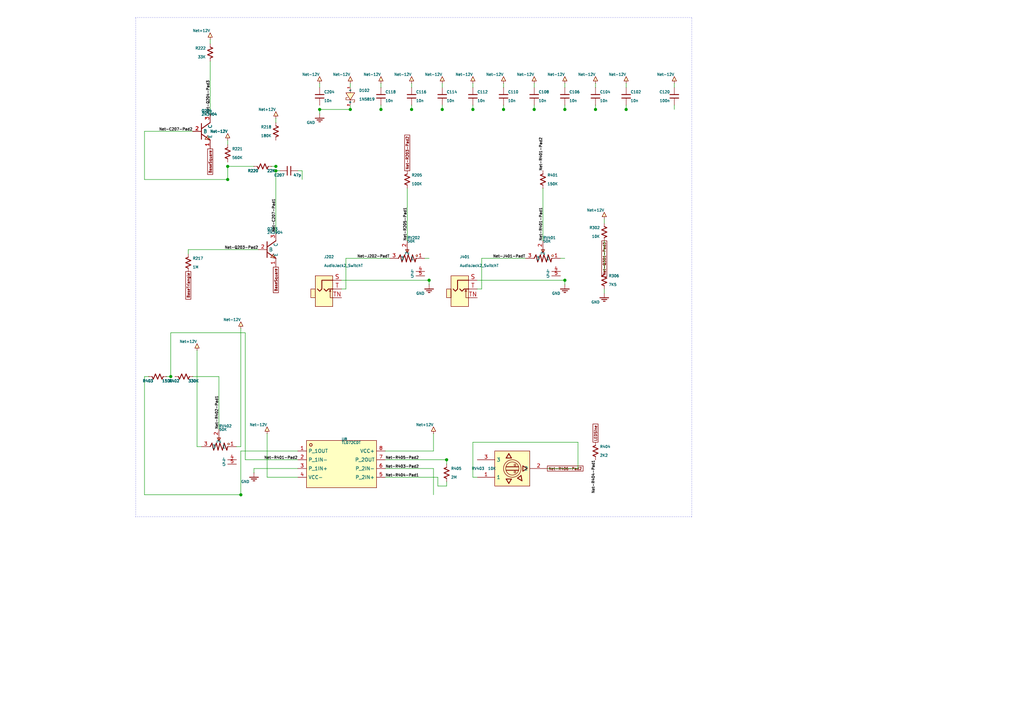
<source format=kicad_sch>
(kicad_sch (version 20230121) (generator jitx)
  (paper "A4")
  (lib_symbols
    (symbol "Net-12V" (power)
      (property "Reference" "#PWR" (at 35.0 60.0 0.0))
      (property "Value" "Net-12V" (at -2.54 2.54 0.0))
      (symbol "Net-12V_1_0"
        (pin power_in line (at 0.0 0.0 90) (length 0.0) (name "Net-12V") (number "~"))
      )
    )
    (symbol "GND" (power)
      (property "Reference" "#PWR" (at 35.0 60.0 0.0))
      (property "Value" "GND" (at -2.54 -2.54 0.0))
      (symbol "GND_1_0"
        (pin power_in line (at 0.0 0.0 270) (length 0.0) (name "GND") (number "~"))
      )
    )
    (symbol "Net+12V" (power)
      (property "Reference" "#PWR" (at 35.0 60.0 0.0))
      (property "Value" "Net+12V" (at -2.54 2.54 0.0))
      (symbol "Net+12V_1_0"
        (pin power_in line (at 0.0 0.0 90) (length 0.0) (name "Net+12V") (number "~"))
      )
    )
    (symbol "Conn_02x05_Odd_Even"
      (property "Reference" "U" (at 1.27 7.62 0.0))
      (property "Value" "Conn_02x05_Odd_Even" (at 1.27 -7.62 0.0))
      (symbol "Conn_02x05_Odd_Even_1_0"
        (pin unspecified line (at -5.08 5.08 0) (length 3.81) (name "Pin_1") (number "~"))
        (pin unspecified line (at 7.62 -5.08 180) (length 3.81) (name "Pin_10") (number "~"))
        (pin unspecified line (at 7.62 5.08 180) (length 3.81) (name "Pin_2") (number "~"))
        (pin unspecified line (at -5.08 2.54 0) (length 3.81) (name "Pin_3") (number "~"))
        (pin unspecified line (at 7.62 2.54 180) (length 3.81) (name "Pin_4") (number "~"))
        (pin unspecified line (at -5.08 0.0 0) (length 3.81) (name "Pin_5") (number "~"))
        (pin unspecified line (at 7.62 0.0 180) (length 3.81) (name "Pin_6") (number "~"))
        (pin unspecified line (at -5.08 -2.54 0) (length 3.81) (name "Pin_7") (number "~"))
        (pin unspecified line (at 7.62 -2.54 180) (length 3.81) (name "Pin_8") (number "~"))
        (pin unspecified line (at -5.08 -5.08 0) (length 3.81) (name "Pin_9") (number "~"))
      )
    )
    (symbol ""
      (property "Reference" "U" (at 2.54 1.27 0.0))
      (symbol "_1_0"
        (pin unspecified line (at 0.0 2.54 270) (length 0.0) (name "A") (number "~"))
        (pin unspecified line (at 0.0 -2.54 90) (length 0.0) (name "K") (number "~"))
        (text "" (at 0.0 0.0 0) (effects (font (size 0 0))))
        (text "" (at 0.0 0.0 0) (effects (font (size 0 0))))
      )
    )
    (symbol "Sym_1"
      (property "Reference" "U" (at 2.54 1.27 0.0))
      (property "Value" "Sym_1" (at 2.54 -1.27 0.0))
      (symbol "Sym_1_1_0"
        (pin unspecified line (at 0.0 2.54 270) (length 0.0) (name "A") (number "~"))
        (pin unspecified line (at 0.0 -2.54 90) (length 0.0) (name "K") (number "~"))
        (text "" (at 0.0 0.0 0) (effects (font (size 0 0))))
        (text "" (at 0.0 0.0 0) (effects (font (size 0 0))))
      )
    )
    (symbol "RK09K1130ACL"
      (property "Reference" "U" (at 0.0 5.54000508001016 0.0))
      (property "Value" "RK09K1130ACL" (at 0.0 4.54000508001016 0.0))
      (symbol "RK09K1130ACL_1_0"
        (pin unspecified line (at 0.0 5.08 270) (length 2.54000508001016) (name "2") (number "~"))
        (pin unspecified line (at 5.08 0.0 180) (length 2.54000508001016) (name "1") (number "~"))
        (pin unspecified line (at -5.08 0.0 0) (length 2.54000508001016) (name "3") (number "~"))
        (pin unspecified line (at 5.08 -3.81 180) (length 2.54000508001016) (name "4") (number "~"))
        (pin unspecified line (at 5.08 -5.08 180) (length 2.54000508001016) (name "5") (number "~"))
      )
    )
    (symbol "AudioJack2_SwitchT"
      (property "Reference" "U" (at 0.0 8.89 0.0))
      (property "Value" "AudioJack2_SwitchT" (at 0.0 6.35 0.0))
      (symbol "AudioJack2_SwitchT_1_0"
        (pin unspecified line (at 5.08 2.54 180) (length 2.54) (name "0") (number "~"))
        (pin unspecified line (at 5.08 0.0 180) (length 2.54) (name "1") (number "~"))
        (pin unspecified line (at 5.08 -2.54 180) (length 2.54) (name "2") (number "~"))
      )
    )
    (symbol "RK09K1130ACL_1"
      (property "Reference" "U" (at 0.0 5.54000508001016 0.0))
      (property "Value" "RK09K1130ACL_1" (at 0.0 4.54000508001016 0.0))
      (symbol "RK09K1130ACL_1_1_0"
        (pin unspecified line (at 0.0 5.08 270) (length 2.54000508001016) (name "2") (number "~"))
        (pin unspecified line (at 5.08 0.0 180) (length 2.54000508001016) (name "1") (number "~"))
        (pin unspecified line (at -5.08 0.0 0) (length 2.54000508001016) (name "3") (number "~"))
        (pin unspecified line (at 5.08 -3.81 180) (length 2.54000508001016) (name "4") (number "~"))
        (pin unspecified line (at 5.08 -5.08 180) (length 2.54000508001016) (name "5") (number "~"))
      )
    )
    (symbol "Sym3314G_1_103E"
      (property "Reference" "U" (at 0.0 8.08001016002032 0.0))
      (property "Value" "Sym3314G_1_103E" (at 0.0 7.08001016002032 0.0))
      (symbol "Sym3314G_1_103E_1_0"
        (pin unspecified line (at 2.54 -10.16 90) (length 5.08001016002032) (name "1") (number "~"))
        (pin unspecified line (at 0.0 10.16 270) (length 5.08001016002032) (name "2") (number "~"))
        (pin unspecified line (at -2.54 -10.16 90) (length 5.08001016002032) (name "3") (number "~"))
      )
    )
    (symbol "Sym2n3904S_RTK_PS_C18536"
      (property "Reference" "U" (at 0.0 5.54000508001016 0.0))
      (property "Value" "Sym2n3904S_RTK_PS_C18536" (at 0.0 4.54000508001016 0.0))
      (symbol "Sym2n3904S_RTK_PS_C18536_1_0"
        (pin unspecified line (at -2.54 0.0 0) (length 2.54000508001016) (name "B") (number "~"))
        (pin unspecified line (at 2.54 5.08 270) (length 2.54000508001016) (name "C") (number "~"))
        (pin unspecified line (at 2.54 -5.08 90) (length 2.54000508001016) (name "E") (number "~"))
      )
    )
    (symbol "RK09K1130ACL_2"
      (property "Reference" "U" (at 0.0 5.54000508001016 0.0))
      (property "Value" "RK09K1130ACL_2" (at 0.0 4.54000508001016 0.0))
      (symbol "RK09K1130ACL_2_1_0"
        (pin unspecified line (at 0.0 5.08 270) (length 2.54000508001016) (name "2") (number "~"))
        (pin unspecified line (at 5.08 0.0 180) (length 2.54000508001016) (name "1") (number "~"))
        (pin unspecified line (at -5.08 0.0 0) (length 2.54000508001016) (name "3") (number "~"))
        (pin unspecified line (at 5.08 -3.81 180) (length 2.54000508001016) (name "4") (number "~"))
        (pin unspecified line (at 5.08 -5.08 180) (length 2.54000508001016) (name "5") (number "~"))
      )
    )
    (symbol "Sym2n3904S_RTK_PS_C18536_1"
      (property "Reference" "U" (at 0.0 5.54000508001016 0.0))
      (property "Value" "Sym2n3904S_RTK_PS_C18536_1" (at 0.0 4.54000508001016 0.0))
      (symbol "Sym2n3904S_RTK_PS_C18536_1_1_0"
        (pin unspecified line (at -2.54 0.0 0) (length 2.54000508001016) (name "B") (number "~"))
        (pin unspecified line (at 2.54 5.08 270) (length 2.54000508001016) (name "C") (number "~"))
        (pin unspecified line (at 2.54 -5.08 90) (length 2.54000508001016) (name "E") (number "~"))
      )
    )
    (symbol "RK09K1130ACL_3"
      (property "Reference" "U" (at 0.0 5.54000508001016 0.0))
      (property "Value" "RK09K1130ACL_3" (at 0.0 4.54000508001016 0.0))
      (symbol "RK09K1130ACL_3_1_0"
        (pin unspecified line (at 0.0 5.08 270) (length 2.54000508001016) (name "2") (number "~"))
        (pin unspecified line (at 5.08 0.0 180) (length 2.54000508001016) (name "1") (number "~"))
        (pin unspecified line (at -5.08 0.0 0) (length 2.54000508001016) (name "3") (number "~"))
        (pin unspecified line (at 5.08 -3.81 180) (length 2.54000508001016) (name "4") (number "~"))
        (pin unspecified line (at 5.08 -5.08 180) (length 2.54000508001016) (name "5") (number "~"))
      )
    )
    (symbol "Sym2n3904S_RTK_PS_C18536_2"
      (property "Reference" "U" (at 0.0 5.54000508001016 0.0))
      (property "Value" "Sym2n3904S_RTK_PS_C18536_2" (at 0.0 4.54000508001016 0.0))
      (symbol "Sym2n3904S_RTK_PS_C18536_2_1_0"
        (pin unspecified line (at -2.54 0.0 0) (length 2.54000508001016) (name "B") (number "~"))
        (pin unspecified line (at 2.54 5.08 270) (length 2.54000508001016) (name "C") (number "~"))
        (pin unspecified line (at 2.54 -5.08 90) (length 2.54000508001016) (name "E") (number "~"))
      )
    )
    (symbol "RK09K1130ACL_4"
      (property "Reference" "U" (at 0.0 5.54000508001016 0.0))
      (property "Value" "RK09K1130ACL_4" (at 0.0 4.54000508001016 0.0))
      (symbol "RK09K1130ACL_4_1_0"
        (pin unspecified line (at 0.0 5.08 270) (length 2.54000508001016) (name "2") (number "~"))
        (pin unspecified line (at 5.08 0.0 180) (length 2.54000508001016) (name "1") (number "~"))
        (pin unspecified line (at -5.08 0.0 0) (length 2.54000508001016) (name "3") (number "~"))
        (pin unspecified line (at 5.08 -3.81 180) (length 2.54000508001016) (name "4") (number "~"))
        (pin unspecified line (at 5.08 -5.08 180) (length 2.54000508001016) (name "5") (number "~"))
      )
    )
    (symbol "RK09K1130ACL_5"
      (property "Reference" "U" (at 0.0 5.54000508001016 0.0))
      (property "Value" "RK09K1130ACL_5" (at 0.0 4.54000508001016 0.0))
      (symbol "RK09K1130ACL_5_1_0"
        (pin unspecified line (at 0.0 5.08 270) (length 2.54000508001016) (name "2") (number "~"))
        (pin unspecified line (at 5.08 0.0 180) (length 2.54000508001016) (name "1") (number "~"))
        (pin unspecified line (at -5.08 0.0 0) (length 2.54000508001016) (name "3") (number "~"))
        (pin unspecified line (at 5.08 -3.81 180) (length 2.54000508001016) (name "4") (number "~"))
        (pin unspecified line (at 5.08 -5.08 180) (length 2.54000508001016) (name "5") (number "~"))
      )
    )
    (symbol "Sym3313J_1_104E"
      (property "Reference" "U" (at 0.0 5.54000508001016 0.0))
      (property "Value" "Sym3313J_1_104E" (at 0.0 4.54000508001016 0.0))
      (symbol "Sym3313J_1_104E_1_0"
        (pin unspecified line (at -5.08 0.0 0) (length 2.54000508001016) (name "3") (number "~"))
        (pin unspecified line (at 5.08 0.0 180) (length 2.54000508001016) (name "1") (number "~"))
        (pin unspecified line (at 0.0 3.81 270) (length 1.27000254000508) (name "2") (number "~"))
      )
    )
    (symbol "Sym_2"
      (property "Reference" "U" (at 2.54 1.27 0.0))
      (property "Value" "Sym_2" (at 2.54 -1.27 0.0))
      (symbol "Sym_2_1_0"
        (pin unspecified line (at 0.0 2.54 270) (length 0.0) (name "A") (number "~"))
        (pin unspecified line (at 0.0 -2.54 90) (length 0.0) (name "K") (number "~"))
        (text "" (at 0.0 0.0 0) (effects (font (size 0 0))))
        (text "" (at 0.0 0.0 0) (effects (font (size 0 0))))
      )
    )
    (symbol "ALTIUM_POWER_ARROW"
      (property "Value" "ALTIUM_POWER_ARROW" (at 2.54 -0.508 0.0))
      (symbol "ALTIUM_POWER_ARROW_1_0"
        (pin unspecified line (at 0.0 0.0 0) (length 0.0) (name "0") (number "~"))
      )
    )
    (symbol "resistor_sym"
      (property "Reference" "U" (at 1.27 1.27 0.0))
      (property "Value" "resistor_sym" (at 1.27 -1.27 0.0))
      (symbol "resistor_sym_1_0"
        (pin unspecified line (at 0.0 -2.54 90) (length 0.0) (name "1") (number "~"))
        (pin unspecified line (at 0.0 2.54 270) (length 0.0) (name "2") (number "~"))
      )
    )
    (symbol "ALTIUM_POWER_GND_POWER"
      (property "Value" "ALTIUM_POWER_GND_POWER" (at 2.54 -1.016 0.0))
      (symbol "ALTIUM_POWER_GND_POWER_1_0"
        (pin unspecified line (at 0.0 0.0 0) (length 0.0) (name "0") (number "~"))
      )
    )
    (symbol "Sym3314G_1_103E_1"
      (property "Reference" "U" (at 0.0 8.08001016002032 0.0))
      (property "Value" "Sym3314G_1_103E_1" (at 0.0 7.08001016002032 0.0))
      (symbol "Sym3314G_1_103E_1_1_0"
        (pin unspecified line (at 2.54 -10.16 90) (length 5.08001016002032) (name "1") (number "~"))
        (pin unspecified line (at 0.0 10.16 270) (length 5.08001016002032) (name "2") (number "~"))
        (pin unspecified line (at -2.54 -10.16 90) (length 5.08001016002032) (name "3") (number "~"))
      )
    )
    (symbol "LM13700M_NOPB"
      (property "Reference" "U" (at 0.0 11.8900177800356 0.0))
      (property "Value" "LM13700M_NOPB" (at 0.0 10.8900177800356 0.0))
      (symbol "LM13700M_NOPB_1_0"
        (pin unspecified line (at -29.21 8.89 0) (length 2.54000508001016) (name "Amp_bias_input0") (number "~"))
        (pin unspecified line (at -29.21 6.35 0) (length 2.54000508001016) (name "Diode_bias0") (number "~"))
        (pin unspecified line (at -29.21 3.81 0) (length 2.54000508001016) (name "Input+0") (number "~"))
        (pin unspecified line (at -29.21 1.27 0) (length 2.54000508001016) (name "Input-0") (number "~"))
        (pin unspecified line (at -29.21 -1.27 0) (length 2.54000508001016) (name "Output0") (number "~"))
        (pin unspecified line (at -29.21 -3.81 0) (length 2.54000508001016) (name "V-") (number "~"))
        (pin unspecified line (at -29.21 -6.35 0) (length 2.54000508001016) (name "Buffer_input0") (number "~"))
        (pin unspecified line (at -29.21 -8.89 0) (length 2.54000508001016) (name "Buffer_output0") (number "~"))
        (pin unspecified line (at 29.21 -8.89 180) (length 2.54000508001016) (name "Buffer_output1") (number "~"))
        (pin unspecified line (at 29.21 -6.35 180) (length 2.54000508001016) (name "Buffer_input1") (number "~"))
        (pin unspecified line (at 29.21 -3.81 180) (length 2.54000508001016) (name "V+") (number "~"))
        (pin unspecified line (at 29.21 -1.27 180) (length 2.54000508001016) (name "Output1") (number "~"))
        (pin unspecified line (at 29.21 1.27 180) (length 2.54000508001016) (name "Input-1") (number "~"))
        (pin unspecified line (at 29.21 3.81 180) (length 2.54000508001016) (name "Input+1") (number "~"))
        (pin unspecified line (at 29.21 6.35 180) (length 2.54000508001016) (name "Diode_bias1") (number "~"))
        (pin unspecified line (at 29.21 8.89 180) (length 2.54000508001016) (name "Amp_bias_input1") (number "~"))
      )
    )
    (symbol "Sym_3"
      (property "Reference" "U" (at 2.54 1.27 0.0))
      (property "Value" "Sym_3" (at 2.54 -1.27 0.0))
      (symbol "Sym_3_1_0"
        (pin unspecified line (at 0.0 2.54 270) (length 0.0) (name "A") (number "~"))
        (pin unspecified line (at 0.0 -2.54 90) (length 0.0) (name "K") (number "~"))
        (text "" (at 0.0 0.0 0) (effects (font (size 0 0))))
        (text "" (at 0.0 0.0 0) (effects (font (size 0 0))))
      )
    )
    (symbol "Sym_4"
      (property "Reference" "U" (at 2.54 1.27 0.0))
      (property "Value" "Sym_4" (at 2.54 -1.27 0.0))
      (symbol "Sym_4_1_0"
        (pin unspecified line (at 0.0 2.54 270) (length 0.0) (name "A") (number "~"))
        (pin unspecified line (at 0.0 -2.54 90) (length 0.0) (name "K") (number "~"))
        (text "" (at 0.0 0.0 0) (effects (font (size 0 0))))
        (text "" (at 0.0 0.0 0) (effects (font (size 0 0))))
      )
    )
    (symbol "Sym_5"
      (property "Reference" "U" (at 2.54 1.27 0.0))
      (property "Value" "Sym_5" (at 2.54 -1.27 0.0))
      (symbol "Sym_5_1_0"
        (pin unspecified line (at 0.0 2.54 270) (length 0.0) (name "1") (number "~"))
        (pin unspecified line (at 0.0 -2.54 90) (length 0.0) (name "2") (number "~"))
        (text "" (at 0.0 0.0 0) (effects (font (size 0 0))))
        (text "" (at 0.0 0.0 0) (effects (font (size 0 0))))
      )
    )
    (symbol "R"
      (property "Reference" "U" (at 2.032 0.0 90.0))
      (property "Value" "R" (at 0.0 0.0 90.0))
      (symbol "R_1_0"
        (pin unspecified line (at 0.0 3.81 270) (length 1.27) (name "1") (number "~"))
        (pin unspecified line (at 0.0 -3.81 90) (length 1.27) (name "0") (number "~"))
      )
    )
    (symbol "supply_sym"
      (property "Value" "supply_sym" (at -2.54 2.54 0.0))
      (symbol "supply_sym_1_0"
        (pin unspecified line (at 0.0 0.0 90) (length 0.0) (name "0") (number "~"))
      )
    )
    (symbol "ground_sym"
      (property "Value" "ground_sym" (at -2.54 -2.54 0.0))
      (symbol "ground_sym_1_0"
        (pin unspecified line (at 0.0 0.0 270) (length 0.0) (name "0") (number "~"))
      )
    )
    (symbol "capacitor_sym"
      (property "Reference" "U" (at 1.27 1.27 0.0))
      (property "Value" "capacitor_sym" (at 1.27 -1.27 0.0))
      (symbol "capacitor_sym_1_0"
        (pin unspecified line (at 0.0 2.54 270) (length 0.0) (name "1") (number "~"))
        (pin unspecified line (at 0.0 -2.54 90) (length 0.0) (name "2") (number "~"))
      )
    )
    (symbol "Sym3314G_1_103E_2"
      (property "Reference" "U" (at 0.0 8.08001016002032 0.0))
      (property "Value" "Sym3314G_1_103E_2" (at 0.0 7.08001016002032 0.0))
      (symbol "Sym3314G_1_103E_2_1_0"
        (pin unspecified line (at 2.54 -10.16 90) (length 5.08001016002032) (name "1") (number "~"))
        (pin unspecified line (at 0.0 10.16 270) (length 5.08001016002032) (name "2") (number "~"))
        (pin unspecified line (at -2.54 -10.16 90) (length 5.08001016002032) (name "3") (number "~"))
      )
    )
    (symbol "Sym_6"
      (property "Reference" "U" (at 2.54 1.27 0.0))
      (property "Value" "Sym_6" (at 2.54 -1.27 0.0))
      (symbol "Sym_6_1_0"
        (pin unspecified line (at 0.0 2.54 270) (length 0.0) (name "A") (number "~"))
        (pin unspecified line (at 0.0 -2.54 90) (length 0.0) (name "K") (number "~"))
        (text "" (at 0.0 0.0 0) (effects (font (size 0 0))))
        (text "" (at 0.0 0.0 0) (effects (font (size 0 0))))
      )
    )
    (symbol "Sym3313J_1_101E"
      (property "Reference" "U" (at 0.0 5.54000508001016 0.0))
      (property "Value" "Sym3313J_1_101E" (at 0.0 4.54000508001016 0.0))
      (symbol "Sym3313J_1_101E_1_0"
        (pin unspecified line (at 0.0 3.81 270) (length 1.27000254000508) (name "2") (number "~"))
        (pin unspecified line (at 5.08 0.0 180) (length 2.54000508001016) (name "1") (number "~"))
        (pin unspecified line (at -5.08 0.0 0) (length 2.54000508001016) (name "3") (number "~"))
      )
    )
    (symbol "jitx_C"
      (property "Reference" "U" (at 0.635 2.54 0.0))
      (property "Value" "jitx_C" (at 0.635 -2.54 0.0))
      (symbol "jitx_C_1_0"
        (pin unspecified line (at 0.0 3.81 270) (length 2.794) (name "1") (number "~"))
        (pin unspecified line (at 0.0 -3.81 90) (length 2.794) (name "0") (number "~"))
      )
    )
    (symbol "Sym_7"
      (property "Reference" "U" (at 2.54 1.27 0.0))
      (property "Value" "Sym_7" (at 2.54 -1.27 0.0))
      (symbol "Sym_7_1_0"
        (pin unspecified line (at 0.0 2.54 270) (length 0.0) (name "A") (number "~"))
        (pin unspecified line (at 0.0 -2.54 90) (length 0.0) (name "K") (number "~"))
        (text "" (at 0.0 0.0 0) (effects (font (size 0 0))))
        (text "" (at 0.0 0.0 0) (effects (font (size 0 0))))
      )
    )
    (symbol "Sym_8"
      (property "Reference" "U" (at 2.54 1.27 0.0))
      (property "Value" "Sym_8" (at 2.54 -1.27 0.0))
      (symbol "Sym_8_1_0"
        (pin unspecified line (at 0.0 2.54 270) (length 0.0) (name "1") (number "~"))
        (pin unspecified line (at 0.0 -2.54 90) (length 0.0) (name "2") (number "~"))
        (text "" (at 0.0 0.0 0) (effects (font (size 0 0))))
        (text "" (at 0.0 0.0 0) (effects (font (size 0 0))))
      )
    )
    (symbol "Sym2n3904S_RTK_PS_C18536_3"
      (property "Reference" "U" (at 0.0 5.54000508001016 0.0))
      (property "Value" "Sym2n3904S_RTK_PS_C18536_3" (at 0.0 4.54000508001016 0.0))
      (symbol "Sym2n3904S_RTK_PS_C18536_3_1_0"
        (pin unspecified line (at -2.54 0.0 0) (length 2.54000508001016) (name "B") (number "~"))
        (pin unspecified line (at 2.54 5.08 270) (length 2.54000508001016) (name "C") (number "~"))
        (pin unspecified line (at 2.54 -5.08 90) (length 2.54000508001016) (name "E") (number "~"))
      )
    )
    (symbol "Sym2n3904S_RTK_PS_C18536_4"
      (property "Reference" "U" (at 0.0 5.54000508001016 0.0))
      (property "Value" "Sym2n3904S_RTK_PS_C18536_4" (at 0.0 4.54000508001016 0.0))
      (symbol "Sym2n3904S_RTK_PS_C18536_4_1_0"
        (pin unspecified line (at -2.54 0.0 0) (length 2.54000508001016) (name "B") (number "~"))
        (pin unspecified line (at 2.54 5.08 270) (length 2.54000508001016) (name "C") (number "~"))
        (pin unspecified line (at 2.54 -5.08 90) (length 2.54000508001016) (name "E") (number "~"))
      )
    )
    (symbol "Sym2n3904S_RTK_PS_C18536_5"
      (property "Reference" "U" (at 0.0 5.54000508001016 0.0))
      (property "Value" "Sym2n3904S_RTK_PS_C18536_5" (at 0.0 4.54000508001016 0.0))
      (symbol "Sym2n3904S_RTK_PS_C18536_5_1_0"
        (pin unspecified line (at -2.54 0.0 0) (length 2.54000508001016) (name "B") (number "~"))
        (pin unspecified line (at 2.54 5.08 270) (length 2.54000508001016) (name "C") (number "~"))
        (pin unspecified line (at 2.54 -5.08 90) (length 2.54000508001016) (name "E") (number "~"))
      )
    )
    (symbol "Sym3314G_1_103E_3"
      (property "Reference" "U" (at 0.0 8.08001016002032 0.0))
      (property "Value" "Sym3314G_1_103E_3" (at 0.0 7.08001016002032 0.0))
      (symbol "Sym3314G_1_103E_3_1_0"
        (pin unspecified line (at 2.54 -10.16 90) (length 5.08001016002032) (name "1") (number "~"))
        (pin unspecified line (at 0.0 10.16 270) (length 5.08001016002032) (name "2") (number "~"))
        (pin unspecified line (at -2.54 -10.16 90) (length 5.08001016002032) (name "3") (number "~"))
      )
    )
    (symbol "TL072CDT"
      (property "Reference" "U" (at 0.0 6.81000762001524 0.0))
      (property "Value" "TL072CDT" (at 0.0 5.81000762001524 0.0))
      (symbol "TL072CDT_1_0"
        (pin unspecified line (at -12.7 3.81 0) (length 2.54000508001016) (name "P_1OUT") (number "~"))
        (pin unspecified line (at -12.7 1.27 0) (length 2.54000508001016) (name "P_1IN-") (number "~"))
        (pin unspecified line (at -12.7 -1.27 0) (length 2.54000508001016) (name "P_1IN+") (number "~"))
        (pin unspecified line (at -12.7 -3.81 0) (length 2.54000508001016) (name "VCC-") (number "~"))
        (pin unspecified line (at 12.7 -3.81 180) (length 2.54000508001016) (name "P_2IN+") (number "~"))
        (pin unspecified line (at 12.7 -1.27 180) (length 2.54000508001016) (name "P_2IN-") (number "~"))
        (pin unspecified line (at 12.7 1.27 180) (length 2.54000508001016) (name "P_2OUT") (number "~"))
        (pin unspecified line (at 12.7 3.81 180) (length 2.54000508001016) (name "VCC+") (number "~"))
      )
    )
    (symbol "MMDT3906"
      (property "Reference" "U" (at 0.0 5.54000508001016 0.0))
      (property "Value" "MMDT3906" (at 0.0 4.54000508001016 0.0))
      (symbol "MMDT3906_1_0"
        (pin unspecified line (at -7.62 2.54 0) (length 2.54000508001016) (name "E1") (number "~"))
        (pin unspecified line (at -7.62 0.0 0) (length 2.54000508001016) (name "B1") (number "~"))
        (pin unspecified line (at -7.62 -2.54 0) (length 2.54000508001016) (name "C2") (number "~"))
        (pin unspecified line (at 7.62 -2.54 180) (length 2.54000508001016) (name "E2") (number "~"))
        (pin unspecified line (at 7.62 0.0 180) (length 2.54000508001016) (name "B2") (number "~"))
        (pin unspecified line (at 7.62 2.54 180) (length 2.54000508001016) (name "C1") (number "~"))
      )
    )
    (symbol "SW_SPDT"
      (property "Reference" "U" (at 0.0 4.318 0.0))
      (property "Value" "SW_SPDT" (at 0.0 -5.08 0.0))
      (symbol "SW_SPDT_1_0"
        (pin unspecified line (at 5.08 2.54 180) (length 2.54) (name "A") (number "~"))
        (pin unspecified line (at -5.08 0.0 0) (length 2.54) (name "B") (number "~"))
        (pin unspecified line (at 5.08 -2.54 180) (length 2.54) (name "C") (number "~"))
      )
    )
    (symbol "Sym_9"
      (property "Reference" "U" (at 2.54 1.27 0.0))
      (property "Value" "Sym_9" (at 2.54 -1.27 0.0))
      (symbol "Sym_9_1_0"
        (pin unspecified line (at 0.0 2.54 270) (length 0.0) (name "A") (number "~"))
        (pin unspecified line (at 0.0 -2.54 90) (length 0.0) (name "K") (number "~"))
        (text "" (at 0.0 0.0 0) (effects (font (size 0 0))))
        (text "" (at 0.0 0.0 0) (effects (font (size 0 0))))
      )
    )
    (symbol "Sym_10"
      (property "Reference" "U" (at 2.54 1.27 0.0))
      (property "Value" "Sym_10" (at 2.54 -1.27 0.0))
      (symbol "Sym_10_1_0"
        (pin unspecified line (at 0.0 2.54 270) (length 0.0) (name "A") (number "~"))
        (pin unspecified line (at 0.0 -2.54 90) (length 0.0) (name "K") (number "~"))
        (text "" (at 0.0 0.0 0) (effects (font (size 0 0))))
        (text "" (at 0.0 0.0 0) (effects (font (size 0 0))))
      )
    )
    (symbol "Sym3314G_1_103E_4"
      (property "Reference" "U" (at 0.0 8.08001016002032 0.0))
      (property "Value" "Sym3314G_1_103E_4" (at 0.0 7.08001016002032 0.0))
      (symbol "Sym3314G_1_103E_4_1_0"
        (pin unspecified line (at 2.54 -10.16 90) (length 5.08001016002032) (name "1") (number "~"))
        (pin unspecified line (at 0.0 10.16 270) (length 5.08001016002032) (name "2") (number "~"))
        (pin unspecified line (at -2.54 -10.16 90) (length 5.08001016002032) (name "3") (number "~"))
      )
    )
    (symbol "Sym3314G_1_103E_5"
      (property "Reference" "U" (at 0.0 8.08001016002032 0.0))
      (property "Value" "Sym3314G_1_103E_5" (at 0.0 7.08001016002032 0.0))
      (symbol "Sym3314G_1_103E_5_1_0"
        (pin unspecified line (at 2.54 -10.16 90) (length 5.08001016002032) (name "1") (number "~"))
        (pin unspecified line (at 0.0 10.16 270) (length 5.08001016002032) (name "2") (number "~"))
        (pin unspecified line (at -2.54 -10.16 90) (length 5.08001016002032) (name "3") (number "~"))
      )
    )
    (symbol "component"
      (property "Reference" "U" (at 1.27 7.62 0.0))
      (property "Value" "component" (at 1.27 -7.62 0.0))
      (symbol "component_1_0"
        (pin unspecified line (at -5.08 5.08 0) (length 3.81) (name "Pin_1") (number "1"))
        (pin unspecified line (at 7.62 -5.08 180) (length 3.81) (name "Pin_10") (number "10"))
        (pin unspecified line (at 7.62 5.08 180) (length 3.81) (name "Pin_2") (number "2"))
        (pin unspecified line (at -5.08 2.54 0) (length 3.81) (name "Pin_3") (number "3"))
        (pin unspecified line (at 7.62 2.54 180) (length 3.81) (name "Pin_4") (number "4"))
        (pin unspecified line (at -5.08 0.0 0) (length 3.81) (name "Pin_5") (number "5"))
        (pin unspecified line (at 7.62 0.0 180) (length 3.81) (name "Pin_6") (number "6"))
        (pin unspecified line (at -5.08 -2.54 0) (length 3.81) (name "Pin_7") (number "7"))
        (pin unspecified line (at 7.62 -2.54 180) (length 3.81) (name "Pin_8") (number "8"))
        (pin unspecified line (at -5.08 -5.08 0) (length 3.81) (name "Pin_9") (number "9"))
      )
    )
    (symbol "C909967"
      (property "Reference" "D" (at 2.54 1.27 0.0))
      (property "Value" "C909967" (at 2.54 -1.27 0.0))
      (symbol "C909967_1_0"
        (pin unspecified line (at 0.0 2.54 270) (length 0.0) (name "A") (number "2"))
        (pin unspecified line (at 0.0 -2.54 90) (length 0.0) (name "K") (number "1"))
        (text "" (at 0.0 0.0 0) (effects (font (size 0 0))))
        (text "" (at 0.0 0.0 0) (effects (font (size 0 0))))
      )
    )
    (symbol "component_1"
      (property "Reference" "U" (at 2.032 0.0 90.0))
      (property "Value" "component_1" (at 0.0 0.0 90.0))
      (symbol "component_1_1_0"
        (pin unspecified line (at 0.0 3.81 270) (length 1.27) (name "1") (number "1"))
        (pin unspecified line (at 0.0 -3.81 90) (length 1.27) (name "0") (number "2"))
      )
    )
    (symbol "component_2"
      (property "Reference" "U" (at 2.032 0.0 90.0))
      (property "Value" "component_2" (at 0.0 0.0 90.0))
      (symbol "component_2_1_0"
        (pin unspecified line (at 0.0 3.81 270) (length 1.27) (name "1") (number "1"))
        (pin unspecified line (at 0.0 -3.81 90) (length 1.27) (name "0") (number "2"))
      )
    )
    (symbol "component_3"
      (property "Reference" "U" (at 2.032 0.0 90.0))
      (property "Value" "component_3" (at 0.0 0.0 90.0))
      (symbol "component_3_1_0"
        (pin unspecified line (at 0.0 3.81 270) (length 1.27) (name "1") (number "1"))
        (pin unspecified line (at 0.0 -3.81 90) (length 1.27) (name "0") (number "2"))
      )
    )
    (symbol "my_resistor"
      (property "Reference" "R" (at 1.27 1.27 0.0))
      (property "Value" "my_resistor" (at 1.27 -1.27 0.0))
      (symbol "my_resistor_1_0"
        (pin unspecified line (at 0.0 -2.54 90) (length 0.0) (name "1") (number "1"))
        (pin unspecified line (at 0.0 2.54 270) (length 0.0) (name "2") (number "2"))
      )
    )
    (symbol "component_4"
      (property "Reference" "U" (at 2.032 0.0 90.0))
      (property "Value" "component_4" (at 0.0 0.0 90.0))
      (symbol "component_4_1_0"
        (pin unspecified line (at 0.0 3.81 270) (length 1.27) (name "1") (number "1"))
        (pin unspecified line (at 0.0 -3.81 90) (length 1.27) (name "0") (number "2"))
      )
    )
    (symbol "my_resistor_1"
      (property "Reference" "R" (at 1.27 1.27 0.0))
      (property "Value" "my_resistor_1" (at 1.27 -1.27 0.0))
      (symbol "my_resistor_1_1_0"
        (pin unspecified line (at 0.0 -2.54 90) (length 0.0) (name "1") (number "1"))
        (pin unspecified line (at 0.0 2.54 270) (length 0.0) (name "2") (number "2"))
      )
    )
    (symbol "my_capacitor"
      (property "Reference" "C" (at 1.27 1.27 0.0))
      (property "Value" "my_capacitor" (at 1.27 -1.27 0.0))
      (symbol "my_capacitor_1_0"
        (pin unspecified line (at 0.0 2.54 270) (length 0.0) (name "1") (number "1"))
        (pin unspecified line (at 0.0 -2.54 90) (length 0.0) (name "2") (number "2"))
      )
    )
    (symbol "my_resistor_2"
      (property "Reference" "R" (at 1.27 1.27 0.0))
      (property "Value" "my_resistor_2" (at 1.27 -1.27 0.0))
      (symbol "my_resistor_2_1_0"
        (pin unspecified line (at 0.0 -2.54 90) (length 0.0) (name "1") (number "1"))
        (pin unspecified line (at 0.0 2.54 270) (length 0.0) (name "2") (number "2"))
      )
    )
    (symbol "C124614"
      (property "Reference" "R" (at 0.0 5.54000508001016 0.0))
      (property "Value" "C124614" (at 0.0 4.54000508001016 0.0))
      (symbol "C124614_1_0"
        (pin unspecified line (at 0.0 3.81 270) (length 1.27000254000508) (name "2") (number "2"))
        (pin unspecified line (at 5.08 0.0 180) (length 2.54000508001016) (name "1") (number "1"))
        (pin unspecified line (at -5.08 0.0 0) (length 2.54000508001016) (name "3") (number "3"))
      )
    )
    (symbol "C780220"
      (property "Reference" "D" (at 0.0 8.08001016002032 0.0))
      (property "Value" "C780220" (at 0.0 7.08001016002032 0.0))
      (symbol "C780220_1_0"
        (pin unspecified line (at 2.54 -10.16 90) (length 5.08001016002032) (name "1") (number "1"))
        (pin unspecified line (at 0.0 10.16 270) (length 5.08001016002032) (name "2") (number "2"))
        (pin unspecified line (at -2.54 -10.16 90) (length 5.08001016002032) (name "3") (number "3"))
      )
    )
    (symbol "component_5"
      (property "Reference" "U" (at 0.0 8.89 0.0))
      (property "Value" "component_5" (at 0.0 6.35 0.0))
      (symbol "component_5_1_0"
        (pin unspecified line (at 5.08 2.54 180) (length 2.54) (name "0") (number "S"))
        (pin unspecified line (at 5.08 0.0 180) (length 2.54) (name "1") (number "T"))
        (pin unspecified line (at 5.08 -2.54 180) (length 2.54) (name "2") (number "TN"))
      )
    )
    (symbol "component_6"
      (property "Reference" "U" (at 2.032 0.0 90.0))
      (property "Value" "component_6" (at 0.0 0.0 90.0))
      (symbol "component_6_1_0"
        (pin unspecified line (at 0.0 3.81 270) (length 1.27) (name "1") (number "1"))
        (pin unspecified line (at 0.0 -3.81 90) (length 1.27) (name "0") (number "2"))
      )
    )
    (symbol "component_7"
      (property "Reference" "U" (at 0.0 8.89 0.0))
      (property "Value" "component_7" (at 0.0 6.35 0.0))
      (symbol "component_7_1_0"
        (pin unspecified line (at 5.08 2.54 180) (length 2.54) (name "0") (number "S"))
        (pin unspecified line (at 5.08 0.0 180) (length 2.54) (name "1") (number "T"))
        (pin unspecified line (at 5.08 -2.54 180) (length 2.54) (name "2") (number "TN"))
      )
    )
    (symbol "component_8"
      (property "Reference" "U" (at 0.0 8.89 0.0))
      (property "Value" "component_8" (at 0.0 6.35 0.0))
      (symbol "component_8_1_0"
        (pin unspecified line (at 5.08 2.54 180) (length 2.54) (name "0") (number "S"))
        (pin unspecified line (at 5.08 0.0 180) (length 2.54) (name "1") (number "T"))
        (pin unspecified line (at 5.08 -2.54 180) (length 2.54) (name "2") (number "TN"))
      )
    )
    (symbol "component_9"
      (property "Reference" "U" (at 0.0 8.89 0.0))
      (property "Value" "component_9" (at 0.0 6.35 0.0))
      (symbol "component_9_1_0"
        (pin unspecified line (at 5.08 2.54 180) (length 2.54) (name "0") (number "S"))
        (pin unspecified line (at 5.08 0.0 180) (length 2.54) (name "1") (number "T"))
        (pin unspecified line (at 5.08 -2.54 180) (length 2.54) (name "2") (number "TN"))
      )
    )
    (symbol "my_resistor_3"
      (property "Reference" "R" (at 1.27 1.27 0.0))
      (property "Value" "my_resistor_3" (at 1.27 -1.27 0.0))
      (symbol "my_resistor_3_1_0"
        (pin unspecified line (at 0.0 -2.54 90) (length 0.0) (name "1") (number "1"))
        (pin unspecified line (at 0.0 2.54 270) (length 0.0) (name "2") (number "2"))
      )
    )
    (symbol "C178413"
      (property "Reference" "C" (at 2.54 1.27 0.0))
      (property "Value" "C178413" (at 2.54 -1.27 0.0))
      (symbol "C178413_1_0"
        (pin unspecified line (at 0.0 2.54 270) (length 0.0) (name "1") (number "1"))
        (pin unspecified line (at 0.0 -2.54 90) (length 0.0) (name "2") (number "2"))
        (text "" (at 0.0 0.0 0) (effects (font (size 0 0))))
        (text "" (at 0.0 0.0 0) (effects (font (size 0 0))))
      )
    )
    (symbol "component_10"
      (property "Reference" "U" (at 0.0 8.89 0.0))
      (property "Value" "component_10" (at 0.0 6.35 0.0))
      (symbol "component_10_1_0"
        (pin unspecified line (at 5.08 2.54 180) (length 2.54) (name "0") (number "S"))
        (pin unspecified line (at 5.08 0.0 180) (length 2.54) (name "1") (number "T"))
        (pin unspecified line (at 5.08 -2.54 180) (length 2.54) (name "2") (number "TN"))
      )
    )
    (symbol "C130719"
      (property "Reference" "LED" (at 2.54 1.27 0.0))
      (property "Value" "C130719" (at 2.54 -1.27 0.0))
      (symbol "C130719_1_0"
        (pin unspecified line (at 0.0 2.54 270) (length 0.0) (name "A") (number "2"))
        (pin unspecified line (at 0.0 -2.54 90) (length 0.0) (name "K") (number "1"))
        (text "" (at 0.0 0.0 0) (effects (font (size 0 0))))
        (text "" (at 0.0 0.0 0) (effects (font (size 0 0))))
      )
    )
    (symbol "my_resistor_4"
      (property "Reference" "R" (at 1.27 1.27 0.0))
      (property "Value" "my_resistor_4" (at 1.27 -1.27 0.0))
      (symbol "my_resistor_4_1_0"
        (pin unspecified line (at 0.0 -2.54 90) (length 0.0) (name "1") (number "1"))
        (pin unspecified line (at 0.0 2.54 270) (length 0.0) (name "2") (number "2"))
      )
    )
    (symbol "component_11"
      (property "Reference" "U" (at 0.0 8.89 0.0))
      (property "Value" "component_11" (at 0.0 6.35 0.0))
      (symbol "component_11_1_0"
        (pin unspecified line (at 5.08 2.54 180) (length 2.54) (name "0") (number "S"))
        (pin unspecified line (at 5.08 0.0 180) (length 2.54) (name "1") (number "T"))
        (pin unspecified line (at 5.08 -2.54 180) (length 2.54) (name "2") (number "TN"))
      )
    )
    (symbol "my_resistor_5"
      (property "Reference" "R" (at 1.27 1.27 0.0))
      (property "Value" "my_resistor_5" (at 1.27 -1.27 0.0))
      (symbol "my_resistor_5_1_0"
        (pin unspecified line (at 0.0 -2.54 90) (length 0.0) (name "1") (number "1"))
        (pin unspecified line (at 0.0 2.54 270) (length 0.0) (name "2") (number "2"))
      )
    )
    (symbol "component_12"
      (property "Reference" "U" (at 0.0 8.89 0.0))
      (property "Value" "component_12" (at 0.0 6.35 0.0))
      (symbol "component_12_1_0"
        (pin unspecified line (at 5.08 2.54 180) (length 2.54) (name "0") (number "S"))
        (pin unspecified line (at 5.08 0.0 180) (length 2.54) (name "1") (number "T"))
        (pin unspecified line (at 5.08 -2.54 180) (length 2.54) (name "2") (number "TN"))
      )
    )
    (symbol "component_13"
      (property "Reference" "U" (at 0.0 8.89 0.0))
      (property "Value" "component_13" (at 0.0 6.35 0.0))
      (symbol "component_13_1_0"
        (pin unspecified line (at 5.08 2.54 180) (length 2.54) (name "0") (number "S"))
        (pin unspecified line (at 5.08 0.0 180) (length 2.54) (name "1") (number "T"))
        (pin unspecified line (at 5.08 -2.54 180) (length 2.54) (name "2") (number "TN"))
      )
    )
    (symbol "C20534"
      (property "Reference" "Q" (at 0.0 5.54000508001016 0.0))
      (property "Value" "C20534" (at 0.0 4.54000508001016 0.0))
      (symbol "C20534_1_0"
        (pin unspecified line (at -7.62 2.54 0) (length 2.54000508001016) (name "E1") (number "1"))
        (pin unspecified line (at -7.62 0.0 0) (length 2.54000508001016) (name "B1") (number "2"))
        (pin unspecified line (at -7.62 -2.54 0) (length 2.54000508001016) (name "C2") (number "3"))
        (pin unspecified line (at 7.62 -2.54 180) (length 2.54000508001016) (name "E2") (number "4"))
        (pin unspecified line (at 7.62 0.0 180) (length 2.54000508001016) (name "B2") (number "5"))
        (pin unspecified line (at 7.62 2.54 180) (length 2.54000508001016) (name "C1") (number "6"))
      )
    )
    (symbol "my_resistor_6"
      (property "Reference" "R" (at 1.27 1.27 0.0))
      (property "Value" "my_resistor_6" (at 1.27 -1.27 0.0))
      (symbol "my_resistor_6_1_0"
        (pin unspecified line (at 0.0 -2.54 90) (length 0.0) (name "1") (number "1"))
        (pin unspecified line (at 0.0 2.54 270) (length 0.0) (name "2") (number "2"))
      )
    )
    (symbol "component_14"
      (property "Reference" "U" (at 2.032 0.0 90.0))
      (property "Value" "component_14" (at 0.0 0.0 90.0))
      (symbol "component_14_1_0"
        (pin unspecified line (at 0.0 3.81 270) (length 1.27) (name "1") (number "1"))
        (pin unspecified line (at 0.0 -3.81 90) (length 1.27) (name "0") (number "2"))
      )
    )
    (symbol "my_resistor_7"
      (property "Reference" "R" (at 1.27 1.27 0.0))
      (property "Value" "my_resistor_7" (at 1.27 -1.27 0.0))
      (symbol "my_resistor_7_1_0"
        (pin unspecified line (at 0.0 -2.54 90) (length 0.0) (name "1") (number "1"))
        (pin unspecified line (at 0.0 2.54 270) (length 0.0) (name "2") (number "2"))
      )
    )
    (symbol "component_15"
      (property "Reference" "U" (at 2.032 0.0 90.0))
      (property "Value" "component_15" (at 0.0 0.0 90.0))
      (symbol "component_15_1_0"
        (pin unspecified line (at 0.0 3.81 270) (length 1.27) (name "1") (number "1"))
        (pin unspecified line (at 0.0 -3.81 90) (length 1.27) (name "0") (number "2"))
      )
    )
    (symbol "my_resistor_8"
      (property "Reference" "R" (at 1.27 1.27 0.0))
      (property "Value" "my_resistor_8" (at 1.27 -1.27 0.0))
      (symbol "my_resistor_8_1_0"
        (pin unspecified line (at 0.0 -2.54 90) (length 0.0) (name "1") (number "1"))
        (pin unspecified line (at 0.0 2.54 270) (length 0.0) (name "2") (number "2"))
      )
    )
    (symbol "component_16"
      (property "Reference" "U" (at 2.032 0.0 90.0))
      (property "Value" "component_16" (at 0.0 0.0 90.0))
      (symbol "component_16_1_0"
        (pin unspecified line (at 0.0 3.81 270) (length 1.27) (name "1") (number "1"))
        (pin unspecified line (at 0.0 -3.81 90) (length 1.27) (name "0") (number "2"))
      )
    )
    (symbol "component_17"
      (property "Reference" "U" (at 2.032 0.0 90.0))
      (property "Value" "component_17" (at 0.0 0.0 90.0))
      (symbol "component_17_1_0"
        (pin unspecified line (at 0.0 3.81 270) (length 1.27) (name "1") (number "1"))
        (pin unspecified line (at 0.0 -3.81 90) (length 1.27) (name "0") (number "2"))
      )
    )
    (symbol "component_18"
      (property "Reference" "U" (at 0.0 8.89 0.0))
      (property "Value" "component_18" (at 0.0 6.35 0.0))
      (symbol "component_18_1_0"
        (pin unspecified line (at 5.08 2.54 180) (length 2.54) (name "0") (number "S"))
        (pin unspecified line (at 5.08 0.0 180) (length 2.54) (name "1") (number "T"))
        (pin unspecified line (at 5.08 -2.54 180) (length 2.54) (name "2") (number "TN"))
      )
    )
    (symbol "C470291"
      (property "Reference" "R" (at 0.0 5.54000508001016 0.0))
      (property "Value" "C470291" (at 0.0 4.54000508001016 0.0))
      (symbol "C470291_1_0"
        (pin unspecified line (at 0.0 5.08 270) (length 2.54000508001016) (name "2") (number "2"))
        (pin unspecified line (at 5.08 0.0 180) (length 2.54000508001016) (name "1") (number "1"))
        (pin unspecified line (at -5.08 0.0 0) (length 2.54000508001016) (name "3") (number "3"))
        (pin unspecified line (at 5.08 -3.81 180) (length 2.54000508001016) (name "4") (number "4"))
        (pin unspecified line (at 5.08 -5.08 180) (length 2.54000508001016) (name "5") (number "5"))
      )
    )
    (symbol "component_19"
      (property "Reference" "U" (at 2.032 0.0 90.0))
      (property "Value" "component_19" (at 0.0 0.0 90.0))
      (symbol "component_19_1_0"
        (pin unspecified line (at 0.0 3.81 270) (length 1.27) (name "1") (number "1"))
        (pin unspecified line (at 0.0 -3.81 90) (length 1.27) (name "0") (number "2"))
      )
    )
    (symbol "component_20"
      (property "Reference" "U" (at 2.032 0.0 90.0))
      (property "Value" "component_20" (at 0.0 0.0 90.0))
      (symbol "component_20_1_0"
        (pin unspecified line (at 0.0 3.81 270) (length 1.27) (name "1") (number "1"))
        (pin unspecified line (at 0.0 -3.81 90) (length 1.27) (name "0") (number "2"))
      )
    )
    (symbol "my_resistor_9"
      (property "Reference" "R" (at 1.27 1.27 0.0))
      (property "Value" "my_resistor_9" (at 1.27 -1.27 0.0))
      (symbol "my_resistor_9_1_0"
        (pin unspecified line (at 0.0 -2.54 90) (length 0.0) (name "1") (number "1"))
        (pin unspecified line (at 0.0 2.54 270) (length 0.0) (name "2") (number "2"))
      )
    )
    (symbol "my_resistor_10"
      (property "Reference" "R" (at 1.27 1.27 0.0))
      (property "Value" "my_resistor_10" (at 1.27 -1.27 0.0))
      (symbol "my_resistor_10_1_0"
        (pin unspecified line (at 0.0 -2.54 90) (length 0.0) (name "1") (number "1"))
        (pin unspecified line (at 0.0 2.54 270) (length 0.0) (name "2") (number "2"))
      )
    )
    (symbol "C2474"
      (property "Reference" "D" (at 2.54 1.27 0.0))
      (property "Value" "C2474" (at 2.54 -1.27 0.0))
      (symbol "C2474_1_0"
        (pin unspecified line (at 0.0 2.54 270) (length 0.0) (name "A") (number "1"))
        (pin unspecified line (at 0.0 -2.54 90) (length 0.0) (name "K") (number "2"))
        (text "" (at 0.0 0.0 0) (effects (font (size 0 0))))
        (text "" (at 0.0 0.0 0) (effects (font (size 0 0))))
      )
    )
    (symbol "my_resistor_11"
      (property "Reference" "R" (at 1.27 1.27 0.0))
      (property "Value" "my_resistor_11" (at 1.27 -1.27 0.0))
      (symbol "my_resistor_11_1_0"
        (pin unspecified line (at 0.0 -2.54 90) (length 0.0) (name "1") (number "1"))
        (pin unspecified line (at 0.0 2.54 270) (length 0.0) (name "2") (number "2"))
      )
    )
    (symbol "my_resistor_12"
      (property "Reference" "R" (at 1.27 1.27 0.0))
      (property "Value" "my_resistor_12" (at 1.27 -1.27 0.0))
      (symbol "my_resistor_12_1_0"
        (pin unspecified line (at 0.0 -2.54 90) (length 0.0) (name "1") (number "1"))
        (pin unspecified line (at 0.0 2.54 270) (length 0.0) (name "2") (number "2"))
      )
    )
    (symbol "my_resistor_13"
      (property "Reference" "R" (at 1.27 1.27 0.0))
      (property "Value" "my_resistor_13" (at 1.27 -1.27 0.0))
      (symbol "my_resistor_13_1_0"
        (pin unspecified line (at 0.0 -2.54 90) (length 0.0) (name "1") (number "1"))
        (pin unspecified line (at 0.0 2.54 270) (length 0.0) (name "2") (number "2"))
      )
    )
    (symbol "C130719_1"
      (property "Reference" "LED" (at 2.54 1.27 0.0))
      (property "Value" "C130719_1" (at 2.54 -1.27 0.0))
      (symbol "C130719_1_1_0"
        (pin unspecified line (at 0.0 2.54 270) (length 0.0) (name "A") (number "2"))
        (pin unspecified line (at 0.0 -2.54 90) (length 0.0) (name "K") (number "1"))
        (text "" (at 0.0 0.0 0) (effects (font (size 0 0))))
        (text "" (at 0.0 0.0 0) (effects (font (size 0 0))))
      )
    )
    (symbol "my_resistor_14"
      (property "Reference" "R" (at 1.27 1.27 0.0))
      (property "Value" "my_resistor_14" (at 1.27 -1.27 0.0))
      (symbol "my_resistor_14_1_0"
        (pin unspecified line (at 0.0 -2.54 90) (length 0.0) (name "1") (number "1"))
        (pin unspecified line (at 0.0 2.54 270) (length 0.0) (name "2") (number "2"))
      )
    )
    (symbol "my_resistor_15"
      (property "Reference" "R" (at 1.27 1.27 0.0))
      (property "Value" "my_resistor_15" (at 1.27 -1.27 0.0))
      (symbol "my_resistor_15_1_0"
        (pin unspecified line (at 0.0 -2.54 90) (length 0.0) (name "1") (number "1"))
        (pin unspecified line (at 0.0 2.54 270) (length 0.0) (name "2") (number "2"))
      )
    )
    (symbol "C89235"
      (property "Reference" "R" (at 0.0 5.54000508001016 0.0))
      (property "Value" "C89235" (at 0.0 4.54000508001016 0.0))
      (symbol "C89235_1_0"
        (pin unspecified line (at -5.08 0.0 0) (length 2.54000508001016) (name "3") (number "3"))
        (pin unspecified line (at 5.08 0.0 180) (length 2.54000508001016) (name "1") (number "1"))
        (pin unspecified line (at 0.0 3.81 270) (length 1.27000254000508) (name "2") (number "2"))
      )
    )
    (symbol "my_capacitor_1"
      (property "Reference" "C" (at 1.27 1.27 0.0))
      (property "Value" "my_capacitor_1" (at 1.27 -1.27 0.0))
      (symbol "my_capacitor_1_1_0"
        (pin unspecified line (at 0.0 2.54 270) (length 0.0) (name "1") (number "1"))
        (pin unspecified line (at 0.0 -2.54 90) (length 0.0) (name "2") (number "2"))
      )
    )
    (symbol "my_resistor_16"
      (property "Reference" "R" (at 1.27 1.27 0.0))
      (property "Value" "my_resistor_16" (at 1.27 -1.27 0.0))
      (symbol "my_resistor_16_1_0"
        (pin unspecified line (at 0.0 -2.54 90) (length 0.0) (name "1") (number "1"))
        (pin unspecified line (at 0.0 2.54 270) (length 0.0) (name "2") (number "2"))
      )
    )
    (symbol "my_resistor_17"
      (property "Reference" "R" (at 1.27 1.27 0.0))
      (property "Value" "my_resistor_17" (at 1.27 -1.27 0.0))
      (symbol "my_resistor_17_1_0"
        (pin unspecified line (at 0.0 -2.54 90) (length 0.0) (name "1") (number "1"))
        (pin unspecified line (at 0.0 2.54 270) (length 0.0) (name "2") (number "2"))
      )
    )
    (symbol "my_resistor_18"
      (property "Reference" "R" (at 1.27 1.27 0.0))
      (property "Value" "my_resistor_18" (at 1.27 -1.27 0.0))
      (symbol "my_resistor_18_1_0"
        (pin unspecified line (at 0.0 -2.54 90) (length 0.0) (name "1") (number "1"))
        (pin unspecified line (at 0.0 2.54 270) (length 0.0) (name "2") (number "2"))
      )
    )
    (symbol "my_capacitor_2"
      (property "Reference" "C" (at 1.27 1.27 0.0))
      (property "Value" "my_capacitor_2" (at 1.27 -1.27 0.0))
      (symbol "my_capacitor_2_1_0"
        (pin unspecified line (at 0.0 2.54 270) (length 0.0) (name "1") (number "1"))
        (pin unspecified line (at 0.0 -2.54 90) (length 0.0) (name "2") (number "2"))
      )
    )
    (symbol "C780220_1"
      (property "Reference" "D" (at 0.0 8.08001016002032 0.0))
      (property "Value" "C780220_1" (at 0.0 7.08001016002032 0.0))
      (symbol "C780220_1_1_0"
        (pin unspecified line (at 2.54 -10.16 90) (length 5.08001016002032) (name "1") (number "1"))
        (pin unspecified line (at 0.0 10.16 270) (length 5.08001016002032) (name "2") (number "2"))
        (pin unspecified line (at -2.54 -10.16 90) (length 5.08001016002032) (name "3") (number "3"))
      )
    )
    (symbol "my_resistor_19"
      (property "Reference" "R" (at 1.27 1.27 0.0))
      (property "Value" "my_resistor_19" (at 1.27 -1.27 0.0))
      (symbol "my_resistor_19_1_0"
        (pin unspecified line (at 0.0 -2.54 90) (length 0.0) (name "1") (number "1"))
        (pin unspecified line (at 0.0 2.54 270) (length 0.0) (name "2") (number "2"))
      )
    )
    (symbol "C2474_1"
      (property "Reference" "D" (at 2.54 1.27 0.0))
      (property "Value" "C2474_1" (at 2.54 -1.27 0.0))
      (symbol "C2474_1_1_0"
        (pin unspecified line (at 0.0 2.54 270) (length 0.0) (name "A") (number "1"))
        (pin unspecified line (at 0.0 -2.54 90) (length 0.0) (name "K") (number "2"))
        (text "" (at 0.0 0.0 0) (effects (font (size 0 0))))
        (text "" (at 0.0 0.0 0) (effects (font (size 0 0))))
      )
    )
    (symbol "my_resistor_20"
      (property "Reference" "R" (at 1.27 1.27 0.0))
      (property "Value" "my_resistor_20" (at 1.27 -1.27 0.0))
      (symbol "my_resistor_20_1_0"
        (pin unspecified line (at 0.0 -2.54 90) (length 0.0) (name "1") (number "1"))
        (pin unspecified line (at 0.0 2.54 270) (length 0.0) (name "2") (number "2"))
      )
    )
    (symbol "C178413_1"
      (property "Reference" "C" (at 2.54 1.27 0.0))
      (property "Value" "C178413_1" (at 2.54 -1.27 0.0))
      (symbol "C178413_1_1_0"
        (pin unspecified line (at 0.0 2.54 270) (length 0.0) (name "1") (number "1"))
        (pin unspecified line (at 0.0 -2.54 90) (length 0.0) (name "2") (number "2"))
        (text "" (at 0.0 0.0 0) (effects (font (size 0 0))))
        (text "" (at 0.0 0.0 0) (effects (font (size 0 0))))
      )
    )
    (symbol "my_resistor_21"
      (property "Reference" "R" (at 1.27 1.27 0.0))
      (property "Value" "my_resistor_21" (at 1.27 -1.27 0.0))
      (symbol "my_resistor_21_1_0"
        (pin unspecified line (at 0.0 -2.54 90) (length 0.0) (name "1") (number "1"))
        (pin unspecified line (at 0.0 2.54 270) (length 0.0) (name "2") (number "2"))
      )
    )
    (symbol "my_resistor_22"
      (property "Reference" "R" (at 1.27 1.27 0.0))
      (property "Value" "my_resistor_22" (at 1.27 -1.27 0.0))
      (symbol "my_resistor_22_1_0"
        (pin unspecified line (at 0.0 -2.54 90) (length 0.0) (name "1") (number "1"))
        (pin unspecified line (at 0.0 2.54 270) (length 0.0) (name "2") (number "2"))
      )
    )
    (symbol "my_resistor_23"
      (property "Reference" "R" (at 1.27 1.27 0.0))
      (property "Value" "my_resistor_23" (at 1.27 -1.27 0.0))
      (symbol "my_resistor_23_1_0"
        (pin unspecified line (at 0.0 -2.54 90) (length 0.0) (name "1") (number "1"))
        (pin unspecified line (at 0.0 2.54 270) (length 0.0) (name "2") (number "2"))
      )
    )
    (symbol "C130719_2"
      (property "Reference" "LED" (at 2.54 1.27 0.0))
      (property "Value" "C130719_2" (at 2.54 -1.27 0.0))
      (symbol "C130719_2_1_0"
        (pin unspecified line (at 0.0 2.54 270) (length 0.0) (name "A") (number "2"))
        (pin unspecified line (at 0.0 -2.54 90) (length 0.0) (name "K") (number "1"))
        (text "" (at 0.0 0.0 0) (effects (font (size 0 0))))
        (text "" (at 0.0 0.0 0) (effects (font (size 0 0))))
      )
    )
    (symbol "my_resistor_24"
      (property "Reference" "R" (at 1.27 1.27 0.0))
      (property "Value" "my_resistor_24" (at 1.27 -1.27 0.0))
      (symbol "my_resistor_24_1_0"
        (pin unspecified line (at 0.0 -2.54 90) (length 0.0) (name "1") (number "1"))
        (pin unspecified line (at 0.0 2.54 270) (length 0.0) (name "2") (number "2"))
      )
    )
    (symbol "my_resistor_25"
      (property "Reference" "R" (at 1.27 1.27 0.0))
      (property "Value" "my_resistor_25" (at 1.27 -1.27 0.0))
      (symbol "my_resistor_25_1_0"
        (pin unspecified line (at 0.0 -2.54 90) (length 0.0) (name "1") (number "1"))
        (pin unspecified line (at 0.0 2.54 270) (length 0.0) (name "2") (number "2"))
      )
    )
    (symbol "my_resistor_26"
      (property "Reference" "R" (at 1.27 1.27 0.0))
      (property "Value" "my_resistor_26" (at 1.27 -1.27 0.0))
      (symbol "my_resistor_26_1_0"
        (pin unspecified line (at 0.0 -2.54 90) (length 0.0) (name "1") (number "1"))
        (pin unspecified line (at 0.0 2.54 270) (length 0.0) (name "2") (number "2"))
      )
    )
    (symbol "my_resistor_27"
      (property "Reference" "R" (at 1.27 1.27 0.0))
      (property "Value" "my_resistor_27" (at 1.27 -1.27 0.0))
      (symbol "my_resistor_27_1_0"
        (pin unspecified line (at 0.0 -2.54 90) (length 0.0) (name "1") (number "1"))
        (pin unspecified line (at 0.0 2.54 270) (length 0.0) (name "2") (number "2"))
      )
    )
    (symbol "C18536"
      (property "Reference" "Q" (at 0.0 5.54000508001016 0.0))
      (property "Value" "C18536" (at 0.0 4.54000508001016 0.0))
      (symbol "C18536_1_0"
        (pin unspecified line (at -2.54 0.0 0) (length 2.54000508001016) (name "B") (number "2"))
        (pin unspecified line (at 2.54 5.08 270) (length 2.54000508001016) (name "C") (number "3"))
        (pin unspecified line (at 2.54 -5.08 90) (length 2.54000508001016) (name "E") (number "1"))
      )
    )
    (symbol "my_resistor_28"
      (property "Reference" "R" (at 1.27 1.27 0.0))
      (property "Value" "my_resistor_28" (at 1.27 -1.27 0.0))
      (symbol "my_resistor_28_1_0"
        (pin unspecified line (at 0.0 -2.54 90) (length 0.0) (name "1") (number "1"))
        (pin unspecified line (at 0.0 2.54 270) (length 0.0) (name "2") (number "2"))
      )
    )
    (symbol "C470291_1"
      (property "Reference" "R" (at 0.0 5.54000508001016 0.0))
      (property "Value" "C470291_1" (at 0.0 4.54000508001016 0.0))
      (symbol "C470291_1_1_0"
        (pin unspecified line (at 0.0 5.08 270) (length 2.54000508001016) (name "2") (number "2"))
        (pin unspecified line (at 5.08 0.0 180) (length 2.54000508001016) (name "1") (number "1"))
        (pin unspecified line (at -5.08 0.0 0) (length 2.54000508001016) (name "3") (number "3"))
        (pin unspecified line (at 5.08 -3.81 180) (length 2.54000508001016) (name "4") (number "4"))
        (pin unspecified line (at 5.08 -5.08 180) (length 2.54000508001016) (name "5") (number "5"))
      )
    )
    (symbol "my_resistor_29"
      (property "Reference" "R" (at 1.27 1.27 0.0))
      (property "Value" "my_resistor_29" (at 1.27 -1.27 0.0))
      (symbol "my_resistor_29_1_0"
        (pin unspecified line (at 0.0 -2.54 90) (length 0.0) (name "1") (number "1"))
        (pin unspecified line (at 0.0 2.54 270) (length 0.0) (name "2") (number "2"))
      )
    )
    (symbol "my_capacitor_3"
      (property "Reference" "C" (at 1.27 1.27 0.0))
      (property "Value" "my_capacitor_3" (at 1.27 -1.27 0.0))
      (symbol "my_capacitor_3_1_0"
        (pin unspecified line (at 0.0 2.54 270) (length 0.0) (name "1") (number "1"))
        (pin unspecified line (at 0.0 -2.54 90) (length 0.0) (name "2") (number "2"))
      )
    )
    (symbol "C470291_2"
      (property "Reference" "R" (at 0.0 5.54000508001016 0.0))
      (property "Value" "C470291_2" (at 0.0 4.54000508001016 0.0))
      (symbol "C470291_2_1_0"
        (pin unspecified line (at 0.0 5.08 270) (length 2.54000508001016) (name "2") (number "2"))
        (pin unspecified line (at 5.08 0.0 180) (length 2.54000508001016) (name "1") (number "1"))
        (pin unspecified line (at -5.08 0.0 0) (length 2.54000508001016) (name "3") (number "3"))
        (pin unspecified line (at 5.08 -3.81 180) (length 2.54000508001016) (name "4") (number "4"))
        (pin unspecified line (at 5.08 -5.08 180) (length 2.54000508001016) (name "5") (number "5"))
      )
    )
    (symbol "my_resistor_30"
      (property "Reference" "R" (at 1.27 1.27 0.0))
      (property "Value" "my_resistor_30" (at 1.27 -1.27 0.0))
      (symbol "my_resistor_30_1_0"
        (pin unspecified line (at 0.0 -2.54 90) (length 0.0) (name "1") (number "1"))
        (pin unspecified line (at 0.0 2.54 270) (length 0.0) (name "2") (number "2"))
      )
    )
    (symbol "my_resistor_31"
      (property "Reference" "R" (at 1.27 1.27 0.0))
      (property "Value" "my_resistor_31" (at 1.27 -1.27 0.0))
      (symbol "my_resistor_31_1_0"
        (pin unspecified line (at 0.0 -2.54 90) (length 0.0) (name "1") (number "1"))
        (pin unspecified line (at 0.0 2.54 270) (length 0.0) (name "2") (number "2"))
      )
    )
    (symbol "my_capacitor_4"
      (property "Reference" "C" (at 1.27 1.27 0.0))
      (property "Value" "my_capacitor_4" (at 1.27 -1.27 0.0))
      (symbol "my_capacitor_4_1_0"
        (pin unspecified line (at 0.0 2.54 270) (length 0.0) (name "1") (number "1"))
        (pin unspecified line (at 0.0 -2.54 90) (length 0.0) (name "2") (number "2"))
      )
    )
    (symbol "C130719_3"
      (property "Reference" "LED" (at 2.54 1.27 0.0))
      (property "Value" "C130719_3" (at 2.54 -1.27 0.0))
      (symbol "C130719_3_1_0"
        (pin unspecified line (at 0.0 2.54 270) (length 0.0) (name "A") (number "2"))
        (pin unspecified line (at 0.0 -2.54 90) (length 0.0) (name "K") (number "1"))
        (text "" (at 0.0 0.0 0) (effects (font (size 0 0))))
        (text "" (at 0.0 0.0 0) (effects (font (size 0 0))))
      )
    )
    (symbol "my_resistor_32"
      (property "Reference" "R" (at 1.27 1.27 0.0))
      (property "Value" "my_resistor_32" (at 1.27 -1.27 0.0))
      (symbol "my_resistor_32_1_0"
        (pin unspecified line (at 0.0 -2.54 90) (length 0.0) (name "1") (number "1"))
        (pin unspecified line (at 0.0 2.54 270) (length 0.0) (name "2") (number "2"))
      )
    )
    (symbol "C780220_2"
      (property "Reference" "D" (at 0.0 8.08001016002032 0.0))
      (property "Value" "C780220_2" (at 0.0 7.08001016002032 0.0))
      (symbol "C780220_2_1_0"
        (pin unspecified line (at 2.54 -10.16 90) (length 5.08001016002032) (name "1") (number "1"))
        (pin unspecified line (at 0.0 10.16 270) (length 5.08001016002032) (name "2") (number "2"))
        (pin unspecified line (at -2.54 -10.16 90) (length 5.08001016002032) (name "3") (number "3"))
      )
    )
    (symbol "my_resistor_33"
      (property "Reference" "R" (at 1.27 1.27 0.0))
      (property "Value" "my_resistor_33" (at 1.27 -1.27 0.0))
      (symbol "my_resistor_33_1_0"
        (pin unspecified line (at 0.0 -2.54 90) (length 0.0) (name "1") (number "1"))
        (pin unspecified line (at 0.0 2.54 270) (length 0.0) (name "2") (number "2"))
      )
    )
    (symbol "my_resistor_34"
      (property "Reference" "R" (at 1.27 1.27 0.0))
      (property "Value" "my_resistor_34" (at 1.27 -1.27 0.0))
      (symbol "my_resistor_34_1_0"
        (pin unspecified line (at 0.0 -2.54 90) (length 0.0) (name "1") (number "1"))
        (pin unspecified line (at 0.0 2.54 270) (length 0.0) (name "2") (number "2"))
      )
    )
    (symbol "my_capacitor_5"
      (property "Reference" "C" (at 1.27 1.27 0.0))
      (property "Value" "my_capacitor_5" (at 1.27 -1.27 0.0))
      (symbol "my_capacitor_5_1_0"
        (pin unspecified line (at 0.0 2.54 270) (length 0.0) (name "1") (number "1"))
        (pin unspecified line (at 0.0 -2.54 90) (length 0.0) (name "2") (number "2"))
      )
    )
    (symbol "my_capacitor_6"
      (property "Reference" "C" (at 1.27 1.27 0.0))
      (property "Value" "my_capacitor_6" (at 1.27 -1.27 0.0))
      (symbol "my_capacitor_6_1_0"
        (pin unspecified line (at 0.0 2.54 270) (length 0.0) (name "1") (number "1"))
        (pin unspecified line (at 0.0 -2.54 90) (length 0.0) (name "2") (number "2"))
      )
    )
    (symbol "my_resistor_35"
      (property "Reference" "R" (at 1.27 1.27 0.0))
      (property "Value" "my_resistor_35" (at 1.27 -1.27 0.0))
      (symbol "my_resistor_35_1_0"
        (pin unspecified line (at 0.0 -2.54 90) (length 0.0) (name "1") (number "1"))
        (pin unspecified line (at 0.0 2.54 270) (length 0.0) (name "2") (number "2"))
      )
    )
    (symbol "C18536_1"
      (property "Reference" "Q" (at 0.0 5.54000508001016 0.0))
      (property "Value" "C18536_1" (at 0.0 4.54000508001016 0.0))
      (symbol "C18536_1_1_0"
        (pin unspecified line (at -2.54 0.0 0) (length 2.54000508001016) (name "B") (number "2"))
        (pin unspecified line (at 2.54 5.08 270) (length 2.54000508001016) (name "C") (number "3"))
        (pin unspecified line (at 2.54 -5.08 90) (length 2.54000508001016) (name "E") (number "1"))
      )
    )
    (symbol "my_resistor_36"
      (property "Reference" "R" (at 1.27 1.27 0.0))
      (property "Value" "my_resistor_36" (at 1.27 -1.27 0.0))
      (symbol "my_resistor_36_1_0"
        (pin unspecified line (at 0.0 -2.54 90) (length 0.0) (name "1") (number "1"))
        (pin unspecified line (at 0.0 2.54 270) (length 0.0) (name "2") (number "2"))
      )
    )
    (symbol "my_capacitor_7"
      (property "Reference" "C" (at 1.27 1.27 0.0))
      (property "Value" "my_capacitor_7" (at 1.27 -1.27 0.0))
      (symbol "my_capacitor_7_1_0"
        (pin unspecified line (at 0.0 2.54 270) (length 0.0) (name "1") (number "1"))
        (pin unspecified line (at 0.0 -2.54 90) (length 0.0) (name "2") (number "2"))
      )
    )
    (symbol "my_capacitor_8"
      (property "Reference" "C" (at 1.27 1.27 0.0))
      (property "Value" "my_capacitor_8" (at 1.27 -1.27 0.0))
      (symbol "my_capacitor_8_1_0"
        (pin unspecified line (at 0.0 2.54 270) (length 0.0) (name "1") (number "1"))
        (pin unspecified line (at 0.0 -2.54 90) (length 0.0) (name "2") (number "2"))
      )
    )
    (symbol "my_resistor_37"
      (property "Reference" "R" (at 1.27 1.27 0.0))
      (property "Value" "my_resistor_37" (at 1.27 -1.27 0.0))
      (symbol "my_resistor_37_1_0"
        (pin unspecified line (at 0.0 -2.54 90) (length 0.0) (name "1") (number "1"))
        (pin unspecified line (at 0.0 2.54 270) (length 0.0) (name "2") (number "2"))
      )
    )
    (symbol "C6961"
      (property "Reference" "U" (at 0.0 6.81000762001524 0.0))
      (property "Value" "C6961" (at 0.0 5.81000762001524 0.0))
      (symbol "C6961_1_0"
        (pin unspecified line (at -12.7 3.81 0) (length 2.54000508001016) (name "P_1OUT") (number "1"))
        (pin unspecified line (at -12.7 1.27 0) (length 2.54000508001016) (name "P_1IN-") (number "2"))
        (pin unspecified line (at -12.7 -1.27 0) (length 2.54000508001016) (name "P_1IN+") (number "3"))
        (pin unspecified line (at -12.7 -3.81 0) (length 2.54000508001016) (name "VCC-") (number "4"))
        (pin unspecified line (at 12.7 -3.81 180) (length 2.54000508001016) (name "P_2IN+") (number "5"))
        (pin unspecified line (at 12.7 -1.27 180) (length 2.54000508001016) (name "P_2IN-") (number "6"))
        (pin unspecified line (at 12.7 1.27 180) (length 2.54000508001016) (name "P_2OUT") (number "7"))
        (pin unspecified line (at 12.7 3.81 180) (length 2.54000508001016) (name "VCC+") (number "8"))
      )
    )
    (symbol "my_capacitor_9"
      (property "Reference" "C" (at 1.27 1.27 0.0))
      (property "Value" "my_capacitor_9" (at 1.27 -1.27 0.0))
      (symbol "my_capacitor_9_1_0"
        (pin unspecified line (at 0.0 2.54 270) (length 0.0) (name "1") (number "1"))
        (pin unspecified line (at 0.0 -2.54 90) (length 0.0) (name "2") (number "2"))
      )
    )
    (symbol "my_resistor_38"
      (property "Reference" "R" (at 1.27 1.27 0.0))
      (property "Value" "my_resistor_38" (at 1.27 -1.27 0.0))
      (symbol "my_resistor_38_1_0"
        (pin unspecified line (at 0.0 -2.54 90) (length 0.0) (name "1") (number "1"))
        (pin unspecified line (at 0.0 2.54 270) (length 0.0) (name "2") (number "2"))
      )
    )
    (symbol "my_resistor_39"
      (property "Reference" "R" (at 1.27 1.27 0.0))
      (property "Value" "my_resistor_39" (at 1.27 -1.27 0.0))
      (symbol "my_resistor_39_1_0"
        (pin unspecified line (at 0.0 -2.54 90) (length 0.0) (name "1") (number "1"))
        (pin unspecified line (at 0.0 2.54 270) (length 0.0) (name "2") (number "2"))
      )
    )
    (symbol "my_capacitor_10"
      (property "Reference" "C" (at 1.27 1.27 0.0))
      (property "Value" "my_capacitor_10" (at 1.27 -1.27 0.0))
      (symbol "my_capacitor_10_1_0"
        (pin unspecified line (at 0.0 2.54 270) (length 0.0) (name "1") (number "1"))
        (pin unspecified line (at 0.0 -2.54 90) (length 0.0) (name "2") (number "2"))
      )
    )
    (symbol "my_resistor_40"
      (property "Reference" "R" (at 1.27 1.27 0.0))
      (property "Value" "my_resistor_40" (at 1.27 -1.27 0.0))
      (symbol "my_resistor_40_1_0"
        (pin unspecified line (at 0.0 -2.54 90) (length 0.0) (name "1") (number "1"))
        (pin unspecified line (at 0.0 2.54 270) (length 0.0) (name "2") (number "2"))
      )
    )
    (symbol "my_resistor_41"
      (property "Reference" "R" (at 1.27 1.27 0.0))
      (property "Value" "my_resistor_41" (at 1.27 -1.27 0.0))
      (symbol "my_resistor_41_1_0"
        (pin unspecified line (at 0.0 -2.54 90) (length 0.0) (name "1") (number "1"))
        (pin unspecified line (at 0.0 2.54 270) (length 0.0) (name "2") (number "2"))
      )
    )
    (symbol "C18536_2"
      (property "Reference" "Q" (at 0.0 5.54000508001016 0.0))
      (property "Value" "C18536_2" (at 0.0 4.54000508001016 0.0))
      (symbol "C18536_2_1_0"
        (pin unspecified line (at -2.54 0.0 0) (length 2.54000508001016) (name "B") (number "2"))
        (pin unspecified line (at 2.54 5.08 270) (length 2.54000508001016) (name "C") (number "3"))
        (pin unspecified line (at 2.54 -5.08 90) (length 2.54000508001016) (name "E") (number "1"))
      )
    )
    (symbol "my_capacitor_11"
      (property "Reference" "C" (at 1.27 1.27 0.0))
      (property "Value" "my_capacitor_11" (at 1.27 -1.27 0.0))
      (symbol "my_capacitor_11_1_0"
        (pin unspecified line (at 0.0 2.54 270) (length 0.0) (name "1") (number "1"))
        (pin unspecified line (at 0.0 -2.54 90) (length 0.0) (name "2") (number "2"))
      )
    )
    (symbol "my_resistor_42"
      (property "Reference" "R" (at 1.27 1.27 0.0))
      (property "Value" "my_resistor_42" (at 1.27 -1.27 0.0))
      (symbol "my_resistor_42_1_0"
        (pin unspecified line (at 0.0 -2.54 90) (length 0.0) (name "1") (number "1"))
        (pin unspecified line (at 0.0 2.54 270) (length 0.0) (name "2") (number "2"))
      )
    )
    (symbol "C470291_3"
      (property "Reference" "R" (at 0.0 5.54000508001016 0.0))
      (property "Value" "C470291_3" (at 0.0 4.54000508001016 0.0))
      (symbol "C470291_3_1_0"
        (pin unspecified line (at 0.0 5.08 270) (length 2.54000508001016) (name "2") (number "2"))
        (pin unspecified line (at 5.08 0.0 180) (length 2.54000508001016) (name "1") (number "1"))
        (pin unspecified line (at -5.08 0.0 0) (length 2.54000508001016) (name "3") (number "3"))
        (pin unspecified line (at 5.08 -3.81 180) (length 2.54000508001016) (name "4") (number "4"))
        (pin unspecified line (at 5.08 -5.08 180) (length 2.54000508001016) (name "5") (number "5"))
      )
    )
    (symbol "my_resistor_43"
      (property "Reference" "R" (at 1.27 1.27 0.0))
      (property "Value" "my_resistor_43" (at 1.27 -1.27 0.0))
      (symbol "my_resistor_43_1_0"
        (pin unspecified line (at 0.0 -2.54 90) (length 0.0) (name "1") (number "1"))
        (pin unspecified line (at 0.0 2.54 270) (length 0.0) (name "2") (number "2"))
      )
    )
    (symbol "my_capacitor_12"
      (property "Reference" "C" (at 1.27 1.27 0.0))
      (property "Value" "my_capacitor_12" (at 1.27 -1.27 0.0))
      (symbol "my_capacitor_12_1_0"
        (pin unspecified line (at 0.0 2.54 270) (length 0.0) (name "1") (number "1"))
        (pin unspecified line (at 0.0 -2.54 90) (length 0.0) (name "2") (number "2"))
      )
    )
    (symbol "C470291_4"
      (property "Reference" "R" (at 0.0 5.54000508001016 0.0))
      (property "Value" "C470291_4" (at 0.0 4.54000508001016 0.0))
      (symbol "C470291_4_1_0"
        (pin unspecified line (at 0.0 5.08 270) (length 2.54000508001016) (name "2") (number "2"))
        (pin unspecified line (at 5.08 0.0 180) (length 2.54000508001016) (name "1") (number "1"))
        (pin unspecified line (at -5.08 0.0 0) (length 2.54000508001016) (name "3") (number "3"))
        (pin unspecified line (at 5.08 -3.81 180) (length 2.54000508001016) (name "4") (number "4"))
        (pin unspecified line (at 5.08 -5.08 180) (length 2.54000508001016) (name "5") (number "5"))
      )
    )
    (symbol "C780220_3"
      (property "Reference" "D" (at 0.0 8.08001016002032 0.0))
      (property "Value" "C780220_3" (at 0.0 7.08001016002032 0.0))
      (symbol "C780220_3_1_0"
        (pin unspecified line (at 2.54 -10.16 90) (length 5.08001016002032) (name "1") (number "1"))
        (pin unspecified line (at 0.0 10.16 270) (length 5.08001016002032) (name "2") (number "2"))
        (pin unspecified line (at -2.54 -10.16 90) (length 5.08001016002032) (name "3") (number "3"))
      )
    )
    (symbol "my_resistor_44"
      (property "Reference" "R" (at 1.27 1.27 0.0))
      (property "Value" "my_resistor_44" (at 1.27 -1.27 0.0))
      (symbol "my_resistor_44_1_0"
        (pin unspecified line (at 0.0 -2.54 90) (length 0.0) (name "1") (number "1"))
        (pin unspecified line (at 0.0 2.54 270) (length 0.0) (name "2") (number "2"))
      )
    )
    (symbol "my_capacitor_13"
      (property "Reference" "C" (at 1.27 1.27 0.0))
      (property "Value" "my_capacitor_13" (at 1.27 -1.27 0.0))
      (symbol "my_capacitor_13_1_0"
        (pin unspecified line (at 0.0 2.54 270) (length 0.0) (name "1") (number "1"))
        (pin unspecified line (at 0.0 -2.54 90) (length 0.0) (name "2") (number "2"))
      )
    )
    (symbol "my_resistor_45"
      (property "Reference" "R" (at 1.27 1.27 0.0))
      (property "Value" "my_resistor_45" (at 1.27 -1.27 0.0))
      (symbol "my_resistor_45_1_0"
        (pin unspecified line (at 0.0 -2.54 90) (length 0.0) (name "1") (number "1"))
        (pin unspecified line (at 0.0 2.54 270) (length 0.0) (name "2") (number "2"))
      )
    )
    (symbol "my_resistor_46"
      (property "Reference" "R" (at 1.27 1.27 0.0))
      (property "Value" "my_resistor_46" (at 1.27 -1.27 0.0))
      (symbol "my_resistor_46_1_0"
        (pin unspecified line (at 0.0 -2.54 90) (length 0.0) (name "1") (number "1"))
        (pin unspecified line (at 0.0 2.54 270) (length 0.0) (name "2") (number "2"))
      )
    )
    (symbol "my_resistor_47"
      (property "Reference" "R" (at 1.27 1.27 0.0))
      (property "Value" "my_resistor_47" (at 1.27 -1.27 0.0))
      (symbol "my_resistor_47_1_0"
        (pin unspecified line (at 0.0 -2.54 90) (length 0.0) (name "1") (number "1"))
        (pin unspecified line (at 0.0 2.54 270) (length 0.0) (name "2") (number "2"))
      )
    )
    (symbol "my_capacitor_14"
      (property "Reference" "C" (at 1.27 1.27 0.0))
      (property "Value" "my_capacitor_14" (at 1.27 -1.27 0.0))
      (symbol "my_capacitor_14_1_0"
        (pin unspecified line (at 0.0 2.54 270) (length 0.0) (name "1") (number "1"))
        (pin unspecified line (at 0.0 -2.54 90) (length 0.0) (name "2") (number "2"))
      )
    )
    (symbol "my_resistor_48"
      (property "Reference" "R" (at 1.27 1.27 0.0))
      (property "Value" "my_resistor_48" (at 1.27 -1.27 0.0))
      (symbol "my_resistor_48_1_0"
        (pin unspecified line (at 0.0 -2.54 90) (length 0.0) (name "1") (number "1"))
        (pin unspecified line (at 0.0 2.54 270) (length 0.0) (name "2") (number "2"))
      )
    )
    (symbol "C18536_3"
      (property "Reference" "Q" (at 0.0 5.54000508001016 0.0))
      (property "Value" "C18536_3" (at 0.0 4.54000508001016 0.0))
      (symbol "C18536_3_1_0"
        (pin unspecified line (at -2.54 0.0 0) (length 2.54000508001016) (name "B") (number "2"))
        (pin unspecified line (at 2.54 5.08 270) (length 2.54000508001016) (name "C") (number "3"))
        (pin unspecified line (at 2.54 -5.08 90) (length 2.54000508001016) (name "E") (number "1"))
      )
    )
    (symbol "my_capacitor_15"
      (property "Reference" "C" (at 1.27 1.27 0.0))
      (property "Value" "my_capacitor_15" (at 1.27 -1.27 0.0))
      (symbol "my_capacitor_15_1_0"
        (pin unspecified line (at 0.0 2.54 270) (length 0.0) (name "1") (number "1"))
        (pin unspecified line (at 0.0 -2.54 90) (length 0.0) (name "2") (number "2"))
      )
    )
    (symbol "my_resistor_49"
      (property "Reference" "R" (at 1.27 1.27 0.0))
      (property "Value" "my_resistor_49" (at 1.27 -1.27 0.0))
      (symbol "my_resistor_49_1_0"
        (pin unspecified line (at 0.0 -2.54 90) (length 0.0) (name "1") (number "1"))
        (pin unspecified line (at 0.0 2.54 270) (length 0.0) (name "2") (number "2"))
      )
    )
    (symbol "my_resistor_50"
      (property "Reference" "R" (at 1.27 1.27 0.0))
      (property "Value" "my_resistor_50" (at 1.27 -1.27 0.0))
      (symbol "my_resistor_50_1_0"
        (pin unspecified line (at 0.0 -2.54 90) (length 0.0) (name "1") (number "1"))
        (pin unspecified line (at 0.0 2.54 270) (length 0.0) (name "2") (number "2"))
      )
    )
    (symbol "my_resistor_51"
      (property "Reference" "R" (at 1.27 1.27 0.0))
      (property "Value" "my_resistor_51" (at 1.27 -1.27 0.0))
      (symbol "my_resistor_51_1_0"
        (pin unspecified line (at 0.0 -2.54 90) (length 0.0) (name "1") (number "1"))
        (pin unspecified line (at 0.0 2.54 270) (length 0.0) (name "2") (number "2"))
      )
    )
    (symbol "my_capacitor_16"
      (property "Reference" "C" (at 1.27 1.27 0.0))
      (property "Value" "my_capacitor_16" (at 1.27 -1.27 0.0))
      (symbol "my_capacitor_16_1_0"
        (pin unspecified line (at 0.0 2.54 270) (length 0.0) (name "1") (number "1"))
        (pin unspecified line (at 0.0 -2.54 90) (length 0.0) (name "2") (number "2"))
      )
    )
    (symbol "my_resistor_52"
      (property "Reference" "R" (at 1.27 1.27 0.0))
      (property "Value" "my_resistor_52" (at 1.27 -1.27 0.0))
      (symbol "my_resistor_52_1_0"
        (pin unspecified line (at 0.0 -2.54 90) (length 0.0) (name "1") (number "1"))
        (pin unspecified line (at 0.0 2.54 270) (length 0.0) (name "2") (number "2"))
      )
    )
    (symbol "C909967_1"
      (property "Reference" "D" (at 2.54 1.27 0.0))
      (property "Value" "C909967_1" (at 2.54 -1.27 0.0))
      (symbol "C909967_1_1_0"
        (pin unspecified line (at 0.0 2.54 270) (length 0.0) (name "A") (number "2"))
        (pin unspecified line (at 0.0 -2.54 90) (length 0.0) (name "K") (number "1"))
        (text "" (at 0.0 0.0 0) (effects (font (size 0 0))))
        (text "" (at 0.0 0.0 0) (effects (font (size 0 0))))
      )
    )
    (symbol "my_resistor_53"
      (property "Reference" "R" (at 1.27 1.27 0.0))
      (property "Value" "my_resistor_53" (at 1.27 -1.27 0.0))
      (symbol "my_resistor_53_1_0"
        (pin unspecified line (at 0.0 -2.54 90) (length 0.0) (name "1") (number "1"))
        (pin unspecified line (at 0.0 2.54 270) (length 0.0) (name "2") (number "2"))
      )
    )
    (symbol "my_resistor_54"
      (property "Reference" "R" (at 1.27 1.27 0.0))
      (property "Value" "my_resistor_54" (at 1.27 -1.27 0.0))
      (symbol "my_resistor_54_1_0"
        (pin unspecified line (at 0.0 -2.54 90) (length 0.0) (name "1") (number "1"))
        (pin unspecified line (at 0.0 2.54 270) (length 0.0) (name "2") (number "2"))
      )
    )
    (symbol "my_capacitor_17"
      (property "Reference" "C" (at 1.27 1.27 0.0))
      (property "Value" "my_capacitor_17" (at 1.27 -1.27 0.0))
      (symbol "my_capacitor_17_1_0"
        (pin unspecified line (at 0.0 2.54 270) (length 0.0) (name "1") (number "1"))
        (pin unspecified line (at 0.0 -2.54 90) (length 0.0) (name "2") (number "2"))
      )
    )
    (symbol "my_resistor_55"
      (property "Reference" "R" (at 1.27 1.27 0.0))
      (property "Value" "my_resistor_55" (at 1.27 -1.27 0.0))
      (symbol "my_resistor_55_1_0"
        (pin unspecified line (at 0.0 -2.54 90) (length 0.0) (name "1") (number "1"))
        (pin unspecified line (at 0.0 2.54 270) (length 0.0) (name "2") (number "2"))
      )
    )
    (symbol "my_resistor_56"
      (property "Reference" "R" (at 1.27 1.27 0.0))
      (property "Value" "my_resistor_56" (at 1.27 -1.27 0.0))
      (symbol "my_resistor_56_1_0"
        (pin unspecified line (at 0.0 -2.54 90) (length 0.0) (name "1") (number "1"))
        (pin unspecified line (at 0.0 2.54 270) (length 0.0) (name "2") (number "2"))
      )
    )
    (symbol "my_resistor_57"
      (property "Reference" "R" (at 1.27 1.27 0.0))
      (property "Value" "my_resistor_57" (at 1.27 -1.27 0.0))
      (symbol "my_resistor_57_1_0"
        (pin unspecified line (at 0.0 -2.54 90) (length 0.0) (name "1") (number "1"))
        (pin unspecified line (at 0.0 2.54 270) (length 0.0) (name "2") (number "2"))
      )
    )
    (symbol "my_capacitor_18"
      (property "Reference" "C" (at 1.27 1.27 0.0))
      (property "Value" "my_capacitor_18" (at 1.27 -1.27 0.0))
      (symbol "my_capacitor_18_1_0"
        (pin unspecified line (at 0.0 2.54 270) (length 0.0) (name "1") (number "1"))
        (pin unspecified line (at 0.0 -2.54 90) (length 0.0) (name "2") (number "2"))
      )
    )
    (symbol "my_resistor_58"
      (property "Reference" "R" (at 1.27 1.27 0.0))
      (property "Value" "my_resistor_58" (at 1.27 -1.27 0.0))
      (symbol "my_resistor_58_1_0"
        (pin unspecified line (at 0.0 -2.54 90) (length 0.0) (name "1") (number "1"))
        (pin unspecified line (at 0.0 2.54 270) (length 0.0) (name "2") (number "2"))
      )
    )
    (symbol "C780220_4"
      (property "Reference" "D" (at 0.0 8.08001016002032 0.0))
      (property "Value" "C780220_4" (at 0.0 7.08001016002032 0.0))
      (symbol "C780220_4_1_0"
        (pin unspecified line (at 2.54 -10.16 90) (length 5.08001016002032) (name "1") (number "1"))
        (pin unspecified line (at 0.0 10.16 270) (length 5.08001016002032) (name "2") (number "2"))
        (pin unspecified line (at -2.54 -10.16 90) (length 5.08001016002032) (name "3") (number "3"))
      )
    )
    (symbol "C18536_4"
      (property "Reference" "Q" (at 0.0 5.54000508001016 0.0))
      (property "Value" "C18536_4" (at 0.0 4.54000508001016 0.0))
      (symbol "C18536_4_1_0"
        (pin unspecified line (at -2.54 0.0 0) (length 2.54000508001016) (name "B") (number "2"))
        (pin unspecified line (at 2.54 5.08 270) (length 2.54000508001016) (name "C") (number "3"))
        (pin unspecified line (at 2.54 -5.08 90) (length 2.54000508001016) (name "E") (number "1"))
      )
    )
    (symbol "my_resistor_59"
      (property "Reference" "R" (at 1.27 1.27 0.0))
      (property "Value" "my_resistor_59" (at 1.27 -1.27 0.0))
      (symbol "my_resistor_59_1_0"
        (pin unspecified line (at 0.0 -2.54 90) (length 0.0) (name "1") (number "1"))
        (pin unspecified line (at 0.0 2.54 270) (length 0.0) (name "2") (number "2"))
      )
    )
    (symbol "C780220_5"
      (property "Reference" "D" (at 0.0 8.08001016002032 0.0))
      (property "Value" "C780220_5" (at 0.0 7.08001016002032 0.0))
      (symbol "C780220_5_1_0"
        (pin unspecified line (at 2.54 -10.16 90) (length 5.08001016002032) (name "1") (number "1"))
        (pin unspecified line (at 0.0 10.16 270) (length 5.08001016002032) (name "2") (number "2"))
        (pin unspecified line (at -2.54 -10.16 90) (length 5.08001016002032) (name "3") (number "3"))
      )
    )
    (symbol "my_capacitor_19"
      (property "Reference" "C" (at 1.27 1.27 0.0))
      (property "Value" "my_capacitor_19" (at 1.27 -1.27 0.0))
      (symbol "my_capacitor_19_1_0"
        (pin unspecified line (at 0.0 2.54 270) (length 0.0) (name "1") (number "1"))
        (pin unspecified line (at 0.0 -2.54 90) (length 0.0) (name "2") (number "2"))
      )
    )
    (symbol "my_resistor_60"
      (property "Reference" "R" (at 1.27 1.27 0.0))
      (property "Value" "my_resistor_60" (at 1.27 -1.27 0.0))
      (symbol "my_resistor_60_1_0"
        (pin unspecified line (at 0.0 -2.54 90) (length 0.0) (name "1") (number "1"))
        (pin unspecified line (at 0.0 2.54 270) (length 0.0) (name "2") (number "2"))
      )
    )
    (symbol "my_resistor_61"
      (property "Reference" "R" (at 1.27 1.27 0.0))
      (property "Value" "my_resistor_61" (at 1.27 -1.27 0.0))
      (symbol "my_resistor_61_1_0"
        (pin unspecified line (at 0.0 -2.54 90) (length 0.0) (name "1") (number "1"))
        (pin unspecified line (at 0.0 2.54 270) (length 0.0) (name "2") (number "2"))
      )
    )
    (symbol "C1346265"
      (property "Reference" "U" (at 0.0 11.8900177800356 0.0))
      (property "Value" "C1346265" (at 0.0 10.8900177800356 0.0))
      (symbol "C1346265_1_0"
        (pin unspecified line (at -29.21 8.89 0) (length 2.54000508001016) (name "Amp_bias_input0") (number "1"))
        (pin unspecified line (at -29.21 6.35 0) (length 2.54000508001016) (name "Diode_bias0") (number "2"))
        (pin unspecified line (at -29.21 3.81 0) (length 2.54000508001016) (name "Input+0") (number "3"))
        (pin unspecified line (at -29.21 1.27 0) (length 2.54000508001016) (name "Input-0") (number "4"))
        (pin unspecified line (at -29.21 -1.27 0) (length 2.54000508001016) (name "Output0") (number "5"))
        (pin unspecified line (at -29.21 -3.81 0) (length 2.54000508001016) (name "V-") (number "6"))
        (pin unspecified line (at -29.21 -6.35 0) (length 2.54000508001016) (name "Buffer_input0") (number "7"))
        (pin unspecified line (at -29.21 -8.89 0) (length 2.54000508001016) (name "Buffer_output0") (number "8"))
        (pin unspecified line (at 29.21 -8.89 180) (length 2.54000508001016) (name "Buffer_output1") (number "9"))
        (pin unspecified line (at 29.21 -6.35 180) (length 2.54000508001016) (name "Buffer_input1") (number "10"))
        (pin unspecified line (at 29.21 -3.81 180) (length 2.54000508001016) (name "V+") (number "11"))
        (pin unspecified line (at 29.21 -1.27 180) (length 2.54000508001016) (name "Output1") (number "12"))
        (pin unspecified line (at 29.21 1.27 180) (length 2.54000508001016) (name "Input-1") (number "13"))
        (pin unspecified line (at 29.21 3.81 180) (length 2.54000508001016) (name "Input+1") (number "14"))
        (pin unspecified line (at 29.21 6.35 180) (length 2.54000508001016) (name "Diode_bias1") (number "15"))
        (pin unspecified line (at 29.21 8.89 180) (length 2.54000508001016) (name "Amp_bias_input1") (number "16"))
      )
    )
    (symbol "C470291_5"
      (property "Reference" "R" (at 0.0 5.54000508001016 0.0))
      (property "Value" "C470291_5" (at 0.0 4.54000508001016 0.0))
      (symbol "C470291_5_1_0"
        (pin unspecified line (at 0.0 5.08 270) (length 2.54000508001016) (name "2") (number "2"))
        (pin unspecified line (at 5.08 0.0 180) (length 2.54000508001016) (name "1") (number "1"))
        (pin unspecified line (at -5.08 0.0 0) (length 2.54000508001016) (name "3") (number "3"))
        (pin unspecified line (at 5.08 -3.81 180) (length 2.54000508001016) (name "4") (number "4"))
        (pin unspecified line (at 5.08 -5.08 180) (length 2.54000508001016) (name "5") (number "5"))
      )
    )
    (symbol "my_capacitor_20"
      (property "Reference" "C" (at 1.27 1.27 0.0))
      (property "Value" "my_capacitor_20" (at 1.27 -1.27 0.0))
      (symbol "my_capacitor_20_1_0"
        (pin unspecified line (at 0.0 2.54 270) (length 0.0) (name "1") (number "1"))
        (pin unspecified line (at 0.0 -2.54 90) (length 0.0) (name "2") (number "2"))
      )
    )
    (symbol "C909967_2"
      (property "Reference" "D" (at 2.54 1.27 0.0))
      (property "Value" "C909967_2" (at 2.54 -1.27 0.0))
      (symbol "C909967_2_1_0"
        (pin unspecified line (at 0.0 2.54 270) (length 0.0) (name "A") (number "2"))
        (pin unspecified line (at 0.0 -2.54 90) (length 0.0) (name "K") (number "1"))
        (text "" (at 0.0 0.0 0) (effects (font (size 0 0))))
        (text "" (at 0.0 0.0 0) (effects (font (size 0 0))))
      )
    )
    (symbol "component_21"
      (property "Reference" "U" (at 2.032 0.0 90.0))
      (property "Value" "component_21" (at 0.0 0.0 90.0))
      (symbol "component_21_1_0"
        (pin unspecified line (at 0.0 3.81 270) (length 1.27) (name "1") (number "1"))
        (pin unspecified line (at 0.0 -3.81 90) (length 1.27) (name "0") (number "2"))
      )
    )
    (symbol "my_resistor_62"
      (property "Reference" "R" (at 1.27 1.27 0.0))
      (property "Value" "my_resistor_62" (at 1.27 -1.27 0.0))
      (symbol "my_resistor_62_1_0"
        (pin unspecified line (at 0.0 -2.54 90) (length 0.0) (name "1") (number "1"))
        (pin unspecified line (at 0.0 2.54 270) (length 0.0) (name "2") (number "2"))
      )
    )
    (symbol "my_resistor_63"
      (property "Reference" "R" (at 1.27 1.27 0.0))
      (property "Value" "my_resistor_63" (at 1.27 -1.27 0.0))
      (symbol "my_resistor_63_1_0"
        (pin unspecified line (at 0.0 -2.54 90) (length 0.0) (name "1") (number "1"))
        (pin unspecified line (at 0.0 2.54 270) (length 0.0) (name "2") (number "2"))
      )
    )
    (symbol "component_22"
      (property "Reference" "U" (at 2.032 0.0 90.0))
      (property "Value" "component_22" (at 0.0 0.0 90.0))
      (symbol "component_22_1_0"
        (pin unspecified line (at 0.0 3.81 270) (length 1.27) (name "1") (number "1"))
        (pin unspecified line (at 0.0 -3.81 90) (length 1.27) (name "0") (number "2"))
      )
    )
    (symbol "my_resistor_64"
      (property "Reference" "R" (at 1.27 1.27 0.0))
      (property "Value" "my_resistor_64" (at 1.27 -1.27 0.0))
      (symbol "my_resistor_64_1_0"
        (pin unspecified line (at 0.0 -2.54 90) (length 0.0) (name "1") (number "1"))
        (pin unspecified line (at 0.0 2.54 270) (length 0.0) (name "2") (number "2"))
      )
    )
    (symbol "component_23"
      (property "Reference" "U" (at 2.032 0.0 90.0))
      (property "Value" "component_23" (at 0.0 0.0 90.0))
      (symbol "component_23_1_0"
        (pin unspecified line (at 0.0 3.81 270) (length 1.27) (name "1") (number "1"))
        (pin unspecified line (at 0.0 -3.81 90) (length 1.27) (name "0") (number "2"))
      )
    )
    (symbol "component_24"
      (property "Reference" "U" (at 2.032 0.0 90.0))
      (property "Value" "component_24" (at 0.0 0.0 90.0))
      (symbol "component_24_1_0"
        (pin unspecified line (at 0.0 3.81 270) (length 1.27) (name "1") (number "1"))
        (pin unspecified line (at 0.0 -3.81 90) (length 1.27) (name "0") (number "2"))
      )
    )
    (symbol "component_25"
      (property "Reference" "U" (at 2.032 0.0 90.0))
      (property "Value" "component_25" (at 0.0 0.0 90.0))
      (symbol "component_25_1_0"
        (pin unspecified line (at 0.0 3.81 270) (length 1.27) (name "1") (number "1"))
        (pin unspecified line (at 0.0 -3.81 90) (length 1.27) (name "0") (number "2"))
      )
    )
    (symbol "my_capacitor_21"
      (property "Reference" "C" (at 1.27 1.27 0.0))
      (property "Value" "my_capacitor_21" (at 1.27 -1.27 0.0))
      (symbol "my_capacitor_21_1_0"
        (pin unspecified line (at 0.0 2.54 270) (length 0.0) (name "1") (number "1"))
        (pin unspecified line (at 0.0 -2.54 90) (length 0.0) (name "2") (number "2"))
      )
    )
    (symbol "component_26"
      (property "Reference" "U" (at 0.635 2.54 0.0))
      (property "Value" "component_26" (at 0.635 -2.54 0.0))
      (symbol "component_26_1_0"
        (pin unspecified line (at 0.0 3.81 270) (length 2.794) (name "1") (number "1"))
        (pin unspecified line (at 0.0 -3.81 90) (length 2.794) (name "0") (number "2"))
      )
    )
    (symbol "my_resistor_65"
      (property "Reference" "R" (at 1.27 1.27 0.0))
      (property "Value" "my_resistor_65" (at 1.27 -1.27 0.0))
      (symbol "my_resistor_65_1_0"
        (pin unspecified line (at 0.0 -2.54 90) (length 0.0) (name "1") (number "1"))
        (pin unspecified line (at 0.0 2.54 270) (length 0.0) (name "2") (number "2"))
      )
    )
    (symbol "component_27"
      (property "Reference" "U" (at 2.032 0.0 90.0))
      (property "Value" "component_27" (at 0.0 0.0 90.0))
      (symbol "component_27_1_0"
        (pin unspecified line (at 0.0 3.81 270) (length 1.27) (name "1") (number "1"))
        (pin unspecified line (at 0.0 -3.81 90) (length 1.27) (name "0") (number "2"))
      )
    )
    (symbol "my_resistor_66"
      (property "Reference" "R" (at 1.27 1.27 0.0))
      (property "Value" "my_resistor_66" (at 1.27 -1.27 0.0))
      (symbol "my_resistor_66_1_0"
        (pin unspecified line (at 0.0 -2.54 90) (length 0.0) (name "1") (number "1"))
        (pin unspecified line (at 0.0 2.54 270) (length 0.0) (name "2") (number "2"))
      )
    )
    (symbol "component_28"
      (property "Reference" "U" (at 2.032 0.0 90.0))
      (property "Value" "component_28" (at 0.0 0.0 90.0))
      (symbol "component_28_1_0"
        (pin unspecified line (at 0.0 3.81 270) (length 1.27) (name "1") (number "1"))
        (pin unspecified line (at 0.0 -3.81 90) (length 1.27) (name "0") (number "2"))
      )
    )
    (symbol "component_29"
      (property "Reference" "U" (at 2.032 0.0 90.0))
      (property "Value" "component_29" (at 0.0 0.0 90.0))
      (symbol "component_29_1_0"
        (pin unspecified line (at 0.0 3.81 270) (length 1.27) (name "1") (number "1"))
        (pin unspecified line (at 0.0 -3.81 90) (length 1.27) (name "0") (number "2"))
      )
    )
    (symbol "component_30"
      (property "Reference" "U" (at 2.032 0.0 90.0))
      (property "Value" "component_30" (at 0.0 0.0 90.0))
      (symbol "component_30_1_0"
        (pin unspecified line (at 0.0 3.81 270) (length 1.27) (name "1") (number "1"))
        (pin unspecified line (at 0.0 -3.81 90) (length 1.27) (name "0") (number "2"))
      )
    )
    (symbol "component_31"
      (property "Reference" "U" (at 2.032 0.0 90.0))
      (property "Value" "component_31" (at 0.0 0.0 90.0))
      (symbol "component_31_1_0"
        (pin unspecified line (at 0.0 3.81 270) (length 1.27) (name "1") (number "1"))
        (pin unspecified line (at 0.0 -3.81 90) (length 1.27) (name "0") (number "2"))
      )
    )
    (symbol "my_resistor_67"
      (property "Reference" "R" (at 1.27 1.27 0.0))
      (property "Value" "my_resistor_67" (at 1.27 -1.27 0.0))
      (symbol "my_resistor_67_1_0"
        (pin unspecified line (at 0.0 -2.54 90) (length 0.0) (name "1") (number "1"))
        (pin unspecified line (at 0.0 2.54 270) (length 0.0) (name "2") (number "2"))
      )
    )
    (symbol "my_capacitor_22"
      (property "Reference" "C" (at 1.27 1.27 0.0))
      (property "Value" "my_capacitor_22" (at 1.27 -1.27 0.0))
      (symbol "my_capacitor_22_1_0"
        (pin unspecified line (at 0.0 2.54 270) (length 0.0) (name "1") (number "1"))
        (pin unspecified line (at 0.0 -2.54 90) (length 0.0) (name "2") (number "2"))
      )
    )
    (symbol "component_32"
      (property "Reference" "U" (at 0.635 2.54 0.0))
      (property "Value" "component_32" (at 0.635 -2.54 0.0))
      (symbol "component_32_1_0"
        (pin unspecified line (at 0.0 3.81 270) (length 2.794) (name "1") (number "1"))
        (pin unspecified line (at 0.0 -3.81 90) (length 2.794) (name "0") (number "2"))
      )
    )
    (symbol "component_33"
      (property "Reference" "U" (at 0.635 2.54 0.0))
      (property "Value" "component_33" (at 0.635 -2.54 0.0))
      (symbol "component_33_1_0"
        (pin unspecified line (at 0.0 3.81 270) (length 2.794) (name "1") (number "1"))
        (pin unspecified line (at 0.0 -3.81 90) (length 2.794) (name "0") (number "2"))
      )
    )
    (symbol "component_34"
      (property "Reference" "U" (at 0.635 2.54 0.0))
      (property "Value" "component_34" (at 0.635 -2.54 0.0))
      (symbol "component_34_1_0"
        (pin unspecified line (at 0.0 3.81 270) (length 2.794) (name "1") (number "1"))
        (pin unspecified line (at 0.0 -3.81 90) (length 2.794) (name "0") (number "2"))
      )
    )
    (symbol "my_resistor_68"
      (property "Reference" "R" (at 1.27 1.27 0.0))
      (property "Value" "my_resistor_68" (at 1.27 -1.27 0.0))
      (symbol "my_resistor_68_1_0"
        (pin unspecified line (at 0.0 -2.54 90) (length 0.0) (name "1") (number "1"))
        (pin unspecified line (at 0.0 2.54 270) (length 0.0) (name "2") (number "2"))
      )
    )
    (symbol "C18536_5"
      (property "Reference" "Q" (at 0.0 5.54000508001016 0.0))
      (property "Value" "C18536_5" (at 0.0 4.54000508001016 0.0))
      (symbol "C18536_5_1_0"
        (pin unspecified line (at -2.54 0.0 0) (length 2.54000508001016) (name "B") (number "2"))
        (pin unspecified line (at 2.54 5.08 270) (length 2.54000508001016) (name "C") (number "3"))
        (pin unspecified line (at 2.54 -5.08 90) (length 2.54000508001016) (name "E") (number "1"))
      )
    )
    (symbol "component_35"
      (property "Reference" "U" (at 0.0 4.318 0.0))
      (property "Value" "component_35" (at 0.0 -5.08 0.0))
      (symbol "component_35_1_0"
        (pin unspecified line (at 5.08 2.54 180) (length 2.54) (name "A") (number "1"))
        (pin unspecified line (at -5.08 0.0 0) (length 2.54) (name "B") (number "2"))
        (pin unspecified line (at 5.08 -2.54 180) (length 2.54) (name "C") (number "3"))
      )
    )
    (symbol "my_resistor_69"
      (property "Reference" "R" (at 1.27 1.27 0.0))
      (property "Value" "my_resistor_69" (at 1.27 -1.27 0.0))
      (symbol "my_resistor_69_1_0"
        (pin unspecified line (at 0.0 -2.54 90) (length 0.0) (name "1") (number "1"))
        (pin unspecified line (at 0.0 2.54 270) (length 0.0) (name "2") (number "2"))
      )
    )
    (symbol "my_resistor_70"
      (property "Reference" "R" (at 1.27 1.27 0.0))
      (property "Value" "my_resistor_70" (at 1.27 -1.27 0.0))
      (symbol "my_resistor_70_1_0"
        (pin unspecified line (at 0.0 -2.54 90) (length 0.0) (name "1") (number "1"))
        (pin unspecified line (at 0.0 2.54 270) (length 0.0) (name "2") (number "2"))
      )
    )
    (symbol "my_capacitor_23"
      (property "Reference" "C" (at 1.27 1.27 0.0))
      (property "Value" "my_capacitor_23" (at 1.27 -1.27 0.0))
      (symbol "my_capacitor_23_1_0"
        (pin unspecified line (at 0.0 2.54 270) (length 0.0) (name "1") (number "1"))
        (pin unspecified line (at 0.0 -2.54 90) (length 0.0) (name "2") (number "2"))
      )
    )
    (symbol "component_36"
      (property "Reference" "U" (at 2.032 0.0 90.0))
      (property "Value" "component_36" (at 0.0 0.0 90.0))
      (symbol "component_36_1_0"
        (pin unspecified line (at 0.0 3.81 270) (length 1.27) (name "1") (number "1"))
        (pin unspecified line (at 0.0 -3.81 90) (length 1.27) (name "0") (number "2"))
      )
    )
    (symbol "component_37"
      (property "Reference" "U" (at 2.032 0.0 90.0))
      (property "Value" "component_37" (at 0.0 0.0 90.0))
      (symbol "component_37_1_0"
        (pin unspecified line (at 0.0 3.81 270) (length 1.27) (name "1") (number "1"))
        (pin unspecified line (at 0.0 -3.81 90) (length 1.27) (name "0") (number "2"))
      )
    )
    (symbol "component_38"
      (property "Reference" "U" (at 2.032 0.0 90.0))
      (property "Value" "component_38" (at 0.0 0.0 90.0))
      (symbol "component_38_1_0"
        (pin unspecified line (at 0.0 3.81 270) (length 1.27) (name "1") (number "1"))
        (pin unspecified line (at 0.0 -3.81 90) (length 1.27) (name "0") (number "2"))
      )
    )
    (symbol "component_39"
      (property "Reference" "U" (at 2.032 0.0 90.0))
      (property "Value" "component_39" (at 0.0 0.0 90.0))
      (symbol "component_39_1_0"
        (pin unspecified line (at 0.0 3.81 270) (length 1.27) (name "1") (number "1"))
        (pin unspecified line (at 0.0 -3.81 90) (length 1.27) (name "0") (number "2"))
      )
    )
    (symbol "my_resistor_71"
      (property "Reference" "R" (at 1.27 1.27 0.0))
      (property "Value" "my_resistor_71" (at 1.27 -1.27 0.0))
      (symbol "my_resistor_71_1_0"
        (pin unspecified line (at 0.0 -2.54 90) (length 0.0) (name "1") (number "1"))
        (pin unspecified line (at 0.0 2.54 270) (length 0.0) (name "2") (number "2"))
      )
    )
    (symbol "component_40"
      (property "Reference" "U" (at 2.032 0.0 90.0))
      (property "Value" "component_40" (at 0.0 0.0 90.0))
      (symbol "component_40_1_0"
        (pin unspecified line (at 0.0 3.81 270) (length 1.27) (name "1") (number "1"))
        (pin unspecified line (at 0.0 -3.81 90) (length 1.27) (name "0") (number "2"))
      )
    )
    (symbol "my_resistor_72"
      (property "Reference" "R" (at 1.27 1.27 0.0))
      (property "Value" "my_resistor_72" (at 1.27 -1.27 0.0))
      (symbol "my_resistor_72_1_0"
        (pin unspecified line (at 0.0 -2.54 90) (length 0.0) (name "1") (number "1"))
        (pin unspecified line (at 0.0 2.54 270) (length 0.0) (name "2") (number "2"))
      )
    )
    (symbol "my_capacitor_24"
      (property "Reference" "C" (at 1.27 1.27 0.0))
      (property "Value" "my_capacitor_24" (at 1.27 -1.27 0.0))
      (symbol "my_capacitor_24_1_0"
        (pin unspecified line (at 0.0 2.54 270) (length 0.0) (name "1") (number "1"))
        (pin unspecified line (at 0.0 -2.54 90) (length 0.0) (name "2") (number "2"))
      )
    )
  )
  (wire (pts (xy 158.75 135.89) (xy 167.64 135.89)) (stroke (width 0.127)))
  (wire (pts (xy 137.16 138.43) (xy 138.43 138.43)) (stroke (width 0.127)))
  (wire (pts (xy 137.16 128.27) (xy 167.64 128.27)) (stroke (width 0.127)))
  (wire (pts (xy 137.16 138.43) (xy 137.16 128.27)) (stroke (width 0.127)))
  (wire (pts (xy 167.64 135.89) (xy 167.64 128.27)) (stroke (width 0.127)))
  (wire (pts (xy 111.76 133.35) (xy 138.43 133.35)) (stroke (width 0.127)))
  (wire (pts (xy 129.54 134.62) (xy 129.54 133.35)) (stroke (width 0.127)))
  (wire (pts (xy 73.66 135.89) (xy 86.36 135.89)) (stroke (width 0.127)))
  (wire (pts (xy 73.66 137.16) (xy 73.66 135.89)) (stroke (width 0.127)))
  (wire (pts (xy 111.76 138.43) (xy 127.0 138.43)) (stroke (width 0.127)))
  (wire (pts (xy 127.0 140.97) (xy 129.54 140.97)) (stroke (width 0.127)))
  (wire (pts (xy 129.54 140.97) (xy 129.54 139.7)) (stroke (width 0.127)))
  (wire (pts (xy 127.0 140.97) (xy 127.0 138.43)) (stroke (width 0.127)))
  (wire (pts (xy 55.88 109.22) (xy 63.5 109.22)) (stroke (width 0.127)))
  (wire (pts (xy 63.5 124.46) (xy 63.5 109.22)) (stroke (width 0.127)))
  (wire (pts (xy 48.26 109.22) (xy 50.8 109.22)) (stroke (width 0.127)))
  (wire (pts (xy 49.53 96.52) (xy 71.12 96.52)) (stroke (width 0.127)))
  (wire (pts (xy 71.12 133.35) (xy 86.36 133.35)) (stroke (width 0.127)))
  (wire (pts (xy 71.12 133.35) (xy 71.12 96.52)) (stroke (width 0.127)))
  (wire (pts (xy 49.53 109.22) (xy 49.53 96.52)) (stroke (width 0.127)))
  (wire (pts (xy 111.76 130.81) (xy 125.73 130.81)) (stroke (width 0.127)))
  (wire (pts (xy 125.73 130.81) (xy 125.73 125.73)) (stroke (width 0.127)))
  (wire (pts (xy 57.15 129.54) (xy 58.42 129.54)) (stroke (width 0.127)))
  (wire (pts (xy 57.15 129.54) (xy 57.15 101.6)) (stroke (width 0.127)))
  (wire (pts (xy 77.47 138.43) (xy 86.36 138.43)) (stroke (width 0.127)))
  (wire (pts (xy 77.47 138.43) (xy 77.47 125.73)) (stroke (width 0.127)))
  (wire (pts (xy 68.58 129.54) (xy 69.85 129.54)) (stroke (width 0.127)))
  (wire (pts (xy 69.85 129.54) (xy 69.85 95.25)) (stroke (width 0.127)))
  (wire (pts (xy 41.91 109.22) (xy 43.18 109.22)) (stroke (width 0.127)))
  (wire (pts (xy 41.91 143.51) (xy 125.73 143.51)) (stroke (width 0.127)))
  (wire (pts (xy 69.85 130.81) (xy 86.36 130.81)) (stroke (width 0.127)))
  (wire (pts (xy 111.76 135.89) (xy 125.73 135.89)) (stroke (width 0.127)))
  (wire (pts (xy 125.73 143.51) (xy 125.73 135.89)) (stroke (width 0.127)))
  (wire (pts (xy 69.85 143.51) (xy 69.85 130.81)) (stroke (width 0.127)))
  (wire (pts (xy 41.91 143.51) (xy 41.91 109.22)) (stroke (width 0.127)))
  (wire (pts (xy 66.04 41.91) (xy 66.04 40.64)) (stroke (width 0.127)))
  (wire (pts (xy 41.91 38.1) (xy 55.88 38.1)) (stroke (width 0.127)))
  (wire (pts (xy 86.36 49.53) (xy 87.63 49.53)) (stroke (width 0.127)))
  (wire (pts (xy 66.04 48.26) (xy 73.66 48.26)) (stroke (width 0.127)))
  (wire (pts (xy 41.91 52.07) (xy 87.63 52.07)) (stroke (width 0.127)))
  (wire (pts (xy 41.91 52.07) (xy 41.91 38.1)) (stroke (width 0.127)))
  (wire (pts (xy 87.63 52.07) (xy 87.63 49.53)) (stroke (width 0.127)))
  (wire (pts (xy 66.04 52.07) (xy 66.04 46.99)) (stroke (width 0.127)))
  (wire (pts (xy 78.74 48.26) (xy 80.01 48.26)) (stroke (width 0.127)))
  (wire (pts (xy 80.01 67.31) (xy 80.01 40.64)) (stroke (width 0.127)))
  (wire (pts (xy 80.01 49.53) (xy 81.28 49.53)) (stroke (width 0.127)))
  (wire (pts (xy 60.96 12.7) (xy 60.96 11.43)) (stroke (width 0.127)))
  (wire (pts (xy 80.01 35.56) (xy 80.01 34.29)) (stroke (width 0.127)))
  (wire (pts (xy 60.96 33.02) (xy 60.96 17.78)) (stroke (width 0.127)))
  (wire (pts (xy 54.61 72.39) (xy 74.93 72.39)) (stroke (width 0.127)))
  (wire (pts (xy 54.61 73.66) (xy 54.61 72.39)) (stroke (width 0.127)))
  (wire (pts (xy 99.06 81.28) (xy 124.46 81.28)) (stroke (width 0.127)))
  (wire (pts (xy 123.19 74.93) (xy 124.46 74.93)) (stroke (width 0.127)))
  (wire (pts (xy 124.46 82.55) (xy 124.46 74.93)) (stroke (width 0.127)))
  (wire (pts (xy 118.11 69.85) (xy 118.11 54.61)) (stroke (width 0.127)))
  (wire (pts (xy 100.33 74.93) (xy 113.03 74.93)) (stroke (width 0.127)))
  (wire (pts (xy 99.06 83.82) (xy 100.33 83.82)) (stroke (width 0.127)))
  (wire (pts (xy 100.33 83.82) (xy 100.33 74.93)) (stroke (width 0.127)))
  (wire (pts (xy 138.43 81.28) (xy 163.83 81.28)) (stroke (width 0.127)))
  (wire (pts (xy 162.56 74.93) (xy 163.83 74.93)) (stroke (width 0.127)))
  (wire (pts (xy 163.83 82.55) (xy 163.83 74.93)) (stroke (width 0.127)))
  (wire (pts (xy 157.48 69.85) (xy 157.48 54.61)) (stroke (width 0.127)))
  (wire (pts (xy 139.7 74.93) (xy 152.4 74.93)) (stroke (width 0.127)))
  (wire (pts (xy 138.43 83.82) (xy 139.7 83.82)) (stroke (width 0.127)))
  (wire (pts (xy 139.7 83.82) (xy 139.7 74.93)) (stroke (width 0.127)))
  (wire (pts (xy 92.71 31.75) (xy 195.58 31.75)) (stroke (width 0.127)))
  (wire (pts (xy 154.94 31.75) (xy 154.94 30.48)) (stroke (width 0.127)))
  (wire (pts (xy 146.05 31.75) (xy 146.05 30.48)) (stroke (width 0.127)))
  (wire (pts (xy 181.61 31.75) (xy 181.61 30.48)) (stroke (width 0.127)))
  (wire (pts (xy 137.16 31.75) (xy 137.16 30.48)) (stroke (width 0.127)))
  (wire (pts (xy 128.27 31.75) (xy 128.27 30.48)) (stroke (width 0.127)))
  (wire (pts (xy 172.72 31.75) (xy 172.72 30.48)) (stroke (width 0.127)))
  (wire (pts (xy 119.38 31.75) (xy 119.38 30.48)) (stroke (width 0.127)))
  (wire (pts (xy 110.49 31.75) (xy 110.49 30.48)) (stroke (width 0.127)))
  (wire (pts (xy 195.58 31.75) (xy 195.58 30.48)) (stroke (width 0.127)))
  (wire (pts (xy 92.71 33.02) (xy 92.71 30.48)) (stroke (width 0.127)))
  (wire (pts (xy 163.83 31.75) (xy 163.83 30.48)) (stroke (width 0.127)))
  (wire (pts (xy 101.6 31.75) (xy 101.6 30.48)) (stroke (width 0.127)))
  (wire (pts (xy 195.58 25.4) (xy 195.58 24.13)) (stroke (width 0.127)))
  (wire (pts (xy 181.61 25.4) (xy 181.61 24.13)) (stroke (width 0.127)))
  (wire (pts (xy 172.72 25.4) (xy 172.72 24.13)) (stroke (width 0.127)))
  (wire (pts (xy 163.83 25.4) (xy 163.83 24.13)) (stroke (width 0.127)))
  (wire (pts (xy 154.94 25.4) (xy 154.94 24.13)) (stroke (width 0.127)))
  (wire (pts (xy 146.05 25.4) (xy 146.05 24.13)) (stroke (width 0.127)))
  (wire (pts (xy 137.16 25.4) (xy 137.16 24.13)) (stroke (width 0.127)))
  (wire (pts (xy 128.27 25.4) (xy 128.27 24.13)) (stroke (width 0.127)))
  (wire (pts (xy 119.38 25.4) (xy 119.38 24.13)) (stroke (width 0.127)))
  (wire (pts (xy 110.49 25.4) (xy 110.49 24.13)) (stroke (width 0.127)))
  (wire (pts (xy 101.6 25.4) (xy 101.6 24.13)) (stroke (width 0.127)))
  (wire (pts (xy 92.71 25.4) (xy 92.71 24.13)) (stroke (width 0.127)))
  (wire (pts (xy 175.26 85.09) (xy 175.26 83.82)) (stroke (width 0.127)))
  (wire (pts (xy 175.26 78.74) (xy 175.26 69.85)) (stroke (width 0.127)))
  (wire (pts (xy 175.26 64.77) (xy 175.26 63.5)) (stroke (width 0.127)))
  (polyline (pts (xy 39.37 5.08) (xy 200.66 5.08)) (stroke (width 0.127) (type dot)))
  (polyline (pts (xy 39.37 149.86) (xy 200.66 149.86)) (stroke (width 0.127) (type dot)))
  (polyline (pts (xy 39.37 149.86) (xy 39.37 5.08)) (stroke (width 0.127) (type dot)))
  (polyline (pts (xy 200.66 149.86) (xy 200.66 5.08)) (stroke (width 0.127) (type dot)))
  (junction (at 129.54 133.35) (diameter 0.762))
  (junction (at 49.53 109.22) (diameter 0.762))
  (junction (at 69.85 143.51) (diameter 0.762))
  (junction (at 66.04 48.26) (diameter 0.762))
  (junction (at 66.04 52.07) (diameter 0.762))
  (junction (at 80.01 48.26) (diameter 0.762))
  (junction (at 80.01 49.53) (diameter 0.762))
  (junction (at 124.46 81.28) (diameter 0.762))
  (junction (at 163.83 81.28) (diameter 0.762))
  (junction (at 154.94 31.75) (diameter 0.762))
  (junction (at 146.05 31.75) (diameter 0.762))
  (junction (at 181.61 31.75) (diameter 0.762))
  (junction (at 137.16 31.75) (diameter 0.762))
  (junction (at 128.27 31.75) (diameter 0.762))
  (junction (at 172.72 31.75) (diameter 0.762))
  (junction (at 119.38 31.75) (diameter 0.762))
  (junction (at 110.49 31.75) (diameter 0.762))
  (junction (at 92.71 31.75) (diameter 0.762))
  (junction (at 163.83 31.75) (diameter 0.762))
  (junction (at 101.6 31.75) (diameter 0.762))
  (label "Net-R405-Pad2" (at 111.76 133.35 0) (effects (font (size 0.762 0.762))))
  (label "Net-R402-Pad1" (at 63.5 124.46 90) (effects (font (size 0.762 0.762))))
  (label "Net-R403-Pad2" (at 111.76 135.89 0) (effects (font (size 0.762 0.762))))
  (label "Net-R401-Pad2" (at 86.36 133.35 180) (effects (font (size 0.762 0.762))))
  (label "Net-R404-Pad1" (at 111.76 138.43 0) (effects (font (size 0.762 0.762))))
  (global_label "Net-R406-Pad2" (shape passive) (at 158.75 135.89 0) (effects (font (size 0.762 0.762))))
  (global_label "BaseSquare" (shape passive) (at 80.01 77.47 270) (effects (font (size 0.762 0.762))))
  (label "Net-C207-Pad1" (at 80.01 67.31 90) (effects (font (size 0.762 0.762))))
  (global_label "BaseSquare" (shape passive) (at 60.96 43.18 270) (effects (font (size 0.762 0.762))))
  (label "Net-C207-Pad2" (at 55.88 38.1 180) (effects (font (size 0.762 0.762))))
  (label "Net-Q203-Pad2" (at 74.93 72.39 180) (effects (font (size 0.762 0.762))))
  (label "Net-Q204-Pad3" (at 60.96 33.02 90) (effects (font (size 0.762 0.762))))
  (global_label "BaseTriangle" (shape passive) (at 54.61 78.74 270) (effects (font (size 0.762 0.762))))
  (label "Net-R205-Pad1" (at 118.11 69.85 90) (effects (font (size 0.762 0.762))))
  (global_label "Net-R203-Pad2" (shape passive) (at 118.11 49.53 90) (effects (font (size 0.762 0.762))))
  (label "Net-J202-PadT" (at 113.03 74.93 180) (effects (font (size 0.762 0.762))))
  (label "Net-R401-Pad1" (at 157.48 69.85 90) (effects (font (size 0.762 0.762))))
  (label "Net-R401-Pad2" (at 157.48 49.53 90) (effects (font (size 0.762 0.762))))
  (label "Net-J401-PadT" (at 152.4 74.93 180) (effects (font (size 0.762 0.762))))
  (global_label "Net-Q301-Pad3" (shape passive) (at 175.26 69.85 270) (effects (font (size 0.762 0.762))))
  (label "Net-R404-Pad1" (at 172.72 133.35 270) (effects (font (size 0.762 0.762))))
  (global_label "LEDSine" (shape passive) (at 172.72 128.27 90) (effects (font (size 0.762 0.762))))
  (symbol (lib_id "my_resistor_45") (at 80.01 38.1 180.0) (unit 1)
    (property "Reference" "R218" (at 78.74 36.83 0.0) (effects (font (size 0.762 0.762)) (justify left)))
    (property "Value" "180K" (at 78.74 39.37 0.0) (effects (font (size 0.762 0.762)) (justify left)))
    (property "Footprint" "VCO:Pkg0402" (effects hide))
    (property "Datasheet" "https://www.koaspeer.com/pdfs/RK73H.pdf" (effects hide))
    (property "Name" "R-57" (effects hide))
    (property "Description" "RES 180K OHM 1% 1/10W 0402" (effects hide))
    (property "Manufacturer" "KOA Speer Electronics, Inc." (effects hide))
    (property "MPN" "RK73H1ETTP1803F" (effects hide))
    (property "Reference-prefix" "R" (effects hide))
  )
  (symbol (lib_id "my_capacitor_5") (at 110.49 27.94 0.0) (unit 1)
    (property "Reference" "C118" (at 111.76 26.67 0.0) (effects (font (size 0.762 0.762)) (justify left)))
    (property "Value" "10n" (at 111.76 29.21 0.0) (effects (font (size 0.762 0.762)) (justify left)))
    (property "Footprint" "VCO:Pkg0402_1" (effects hide))
    (property "Datasheet" "http://www.samsungsem.com/kr/support/product-search/mlcc/CL05B103KO5NNNC.jsp" (effects hide))
    (property "Name" "jitx-C-10" (effects hide))
    (property "Manufacturer" "Samsung Electro-Mechanics" (effects hide))
    (property "MPN" "CL05B103KO5NNNC" (effects hide))
    (property "Reference-prefix" "C" (effects hide))
  )
  (symbol (lib_id "my_resistor_8") (at 157.48 52.07 0.0) (unit 1)
    (property "Reference" "R401" (at 158.75 50.8 0.0) (effects (font (size 0.762 0.762)) (justify left)))
    (property "Value" "150K" (at 158.75 53.34 0.0) (effects (font (size 0.762 0.762)) (justify left)))
    (property "Footprint" "VCO:Pkg0402" (effects hide))
    (property "Datasheet" "http://www.calchipelectronics.com/pdf/rm_series.pdf" (effects hide))
    (property "Name" "R-44" (effects hide))
    (property "Description" "RES SMD 150K OHM 5% 1/16W 0402" (effects hide))
    (property "Manufacturer" "CAL-CHIP ELECTRONICS, INC." (effects hide))
    (property "MPN" "RM04J154CT" (effects hide))
    (property "Reference-prefix" "R" (effects hide))
  )
  (symbol (lib_id "C470291_4") (at 157.48 74.93 0.0) (unit 1)
    (property "Reference" "RV401" (at 157.48 69.3899949199898 0.0) (effects (font (size 0.762 0.762)) (justify left bottom)))
    (property "Value" "50K" (at 157.48 70.3899949199898 0.0) (effects (font (size 0.762 0.762)) (justify left bottom)))
    (property "Footprint" "VCO:RES_TH_RK09K1130AAU_4" (effects hide))
    (property "Datasheet" "https://datasheet.lcsc.com/lcsc/2005150038_ALPSALPINE-RK09K1130ACL_C470291.pdf" (effects hide))
    (property "Name" "R_Potentiometer-2" (effects hide))
    (property "Description" "20V ±20% 50mW 50kΩ Plugin  Variable Resistors/Potentiometers ROHS" (effects hide))
    (property "Manufacturer" "ALPSALPINE" (effects hide))
    (property "MPN" "RK09K1130ACL" (effects hide))
    (property "Reference-prefix" "R" (effects hide))
  )
  (symbol (lib_id "my_resistor_7") (at 118.11 52.07 0.0) (unit 1)
    (property "Reference" "R205" (at 119.38 50.8 0.0) (effects (font (size 0.762 0.762)) (justify left)))
    (property "Value" "100K" (at 119.38 53.34 0.0) (effects (font (size 0.762 0.762)) (justify left)))
    (property "Footprint" "VCO:Pkg0402" (effects hide))
    (property "Datasheet" "https://www.vishay.com/docs/28779/tnpue3.pdf" (effects hide))
    (property "Name" "R-68" (effects hide))
    (property "Description" "TNPU0402 100K 0.1% T-16 EP1 E3" (effects hide))
    (property "Manufacturer" "Vishay Dale" (effects hide))
    (property "MPN" "TNPU0402100KBZEP00" (effects hide))
    (property "Reference-prefix" "R" (effects hide))
  )
  (symbol (lib_id "my_capacitor_18") (at 154.94 27.94 0.0) (unit 1)
    (property "Reference" "C108" (at 156.21 26.67 0.0) (effects (font (size 0.762 0.762)) (justify left)))
    (property "Value" "10n" (at 156.21 29.21 0.0) (effects (font (size 0.762 0.762)) (justify left)))
    (property "Footprint" "VCO:Pkg0402_1" (effects hide))
    (property "Datasheet" "http://www.samsungsem.com/kr/support/product-search/mlcc/CL05B103KO5NNNC.jsp" (effects hide))
    (property "Name" "jitx-C-20" (effects hide))
    (property "Manufacturer" "Samsung Electro-Mechanics" (effects hide))
    (property "MPN" "CL05B103KO5NNNC" (effects hide))
    (property "Reference-prefix" "C" (effects hide))
  )
  (symbol (lib_id "my_resistor_39") (at 66.04 44.45 0.0) (unit 1)
    (property "Reference" "R221" (at 67.31 43.18 0.0) (effects (font (size 0.762 0.762)) (justify left)))
    (property "Value" "560K" (at 67.31 45.72 0.0) (effects (font (size 0.762 0.762)) (justify left)))
    (property "Footprint" "VCO:Pkg0402" (effects hide))
    (property "Datasheet" "https://www.te.com/commerce/DocumentDelivery/DDEController?Action=srchrtrv&DocNm=1773204-3&DocType=DS&DocLang=English" (effects hide))
    (property "Name" "R-54" (effects hide))
    (property "Description" "CRGCQ 0402 560K 1%" (effects hide))
    (property "Manufacturer" "TE Connectivity Passive Product" (effects hide))
    (property "MPN" "CRGCQ0402F560K" (effects hide))
    (property "Reference-prefix" "R" (effects hide))
  )
  (symbol (lib_id "my_resistor_70") (at 172.72 130.81 0.0) (unit 1)
    (property "Reference" "R404" (at 173.99 129.54 0.0) (effects (font (size 0.762 0.762)) (justify left)))
    (property "Value" "2K2" (at 173.99 132.08 0.0) (effects (font (size 0.762 0.762)) (justify left)))
    (property "Footprint" "VCO:Pkg0402" (effects hide))
    (property "Datasheet" "https://www.vishay.com/docs/20035/dcrcwe3.pdf" (effects hide))
    (property "Name" "R-41" (effects hide))
    (property "Description" "RES SMD 2.2K OHM 5% 1/16W 0402" (effects hide))
    (property "Manufacturer" "Vishay Dale" (effects hide))
    (property "MPN" "CRCW04022K20JNED" (effects hide))
    (property "Reference-prefix" "R" (effects hide))
  )
  (symbol (lib_id "my_capacitor_15") (at 146.05 27.94 0.0) (unit 1)
    (property "Reference" "C110" (at 147.32 26.67 0.0) (effects (font (size 0.762 0.762)) (justify left)))
    (property "Value" "10n" (at 147.32 29.21 0.0) (effects (font (size 0.762 0.762)) (justify left)))
    (property "Footprint" "VCO:Pkg0402_1" (effects hide))
    (property "Datasheet" "http://www.samsungsem.com/kr/support/product-search/mlcc/CL05B103KO5NNNC.jsp" (effects hide))
    (property "Name" "jitx-C-18" (effects hide))
    (property "Manufacturer" "Samsung Electro-Mechanics" (effects hide))
    (property "MPN" "CL05B103KO5NNNC" (effects hide))
    (property "Reference-prefix" "C" (effects hide))
  )
  (symbol (lib_id "my_resistor_31") (at 175.26 67.31 180.0) (unit 1)
    (property "Reference" "R302" (at 173.99 66.04 0.0) (effects (font (size 0.762 0.762)) (justify left)))
    (property "Value" "10K" (at 173.99 68.58 0.0) (effects (font (size 0.762 0.762)) (justify left)))
    (property "Footprint" "VCO:Pkg0402" (effects hide))
    (property "Datasheet" "https://fscdn.rohm.com/en/products/databook/datasheet/passive/resistor/chip_resistor/esr-e.pdf" (effects hide))
    (property "Name" "R-51" (effects hide))
    (property "Description" "RES SMD 10K OHM 5% 1/5W 0402" (effects hide))
    (property "Manufacturer" "Rohm Semiconductor" (effects hide))
    (property "MPN" "ESR01MZPJ103" (effects hide))
    (property "Reference-prefix" "R" (effects hide))
  )
  (symbol (lib_id "C470291_2") (at 63.5 129.54 0.0) (unit 1)
    (property "Reference" "RV402" (at 63.5 123.99999491999 0.0) (effects (font (size 0.762 0.762)) (justify left bottom)))
    (property "Value" "50K" (at 63.5 124.99999491999 0.0) (effects (font (size 0.762 0.762)) (justify left bottom)))
    (property "Footprint" "VCO:RES_TH_RK09K1130AAU_5" (effects hide))
    (property "Datasheet" "https://datasheet.lcsc.com/lcsc/2005150038_ALPSALPINE-RK09K1130ACL_C470291.pdf" (effects hide))
    (property "Name" "R_Potentiometer-1" (effects hide))
    (property "Description" "20V ±20% 50mW 50kΩ Plugin  Variable Resistors/Potentiometers ROHS" (effects hide))
    (property "Manufacturer" "ALPSALPINE" (effects hide))
    (property "MPN" "RK09K1130ACL" (effects hide))
    (property "Reference-prefix" "R" (effects hide))
  )
  (symbol (lib_id "C2474") (at 101.6 27.94 0.0) (unit 1)
    (property "Reference" "D102" (at 104.14 26.67 0.0) (effects (font (size 0.762 0.762)) (justify left bottom)))
    (property "Value" "1N5819" (at 104.14 29.21 0.0) (effects (font (size 0.762 0.762)) (justify left bottom)))
    (property "Footprint" "VCO:DO_41_BD2_4_L4_7_P8_70_D0_9_FD_1" (effects hide))
    (property "Datasheet" "https://datasheet.lcsc.com/lcsc/2105061432_MDD-Microdiode-Electronics--1N5819_C2474.pdf" (effects hide))
    (property "Name" "c-1N5819-1" (effects hide))
    (property "Description" "40V 600mV@1A 1A DO-41  Schottky Barrier Diodes (SBD) ROHS" (effects hide))
    (property "Manufacturer" "MDD(Microdiode Electronics)" (effects hide))
    (property "MPN" "1N5819" (effects hide))
    (property "Reference-prefix" "D" (effects hide))
  )
  (symbol (lib_id "C18536_4") (at 58.42 38.1 0.0) (unit 1)
    (property "Reference" "Q204" (at 58.42 32.5599949199898 0.0) (effects (font (size 0.762 0.762)) (justify left bottom)))
    (property "Value" "2N3904" (at 58.42 33.5599949199898 0.0) (effects (font (size 0.762 0.762)) (justify left bottom)))
    (property "Footprint" "VCO:SOT_23_3_L2_9_W1_3_P1_90_LS2_4_TR" (effects hide))
    (property "Datasheet" "https://datasheet.lcsc.com/lcsc/1806151220_KEC-Semicon-2N3904S-RTK-PS_C18536.pdf" (effects hide))
    (property "Name" "c-2N3904-5" (effects hide))
    (property "Description" "40V 350mW 100@10mA,1V 200mA 300MHz 300mV@50mA,5mA NPN +150℃@(Tj) SOT-23(SOT-23-3)  Bipolar Transistors - BJT ROHS" (effects hide))
    (property "Manufacturer" "KEC Semicon" (effects hide))
    (property "MPN" "2N3904S-RTKPS" (effects hide))
    (property "Reference-prefix" "Q" (effects hide))
  )
  (symbol (lib_id "my_capacitor_9") (at 119.38 27.94 0.0) (unit 1)
    (property "Reference" "C116" (at 120.65 26.67 0.0) (effects (font (size 0.762 0.762)) (justify left)))
    (property "Value" "10n" (at 120.65 29.21 0.0) (effects (font (size 0.762 0.762)) (justify left)))
    (property "Footprint" "VCO:Pkg0402_1" (effects hide))
    (property "Datasheet" "http://www.samsungsem.com/kr/support/product-search/mlcc/CL05B103KO5NNNC.jsp" (effects hide))
    (property "Name" "jitx-C-12" (effects hide))
    (property "Manufacturer" "Samsung Electro-Mechanics" (effects hide))
    (property "MPN" "CL05B103KO5NNNC" (effects hide))
    (property "Reference-prefix" "C" (effects hide))
  )
  (symbol (lib_id "my_capacitor_20") (at 163.83 27.94 0.0) (unit 1)
    (property "Reference" "C106" (at 165.1 26.67 0.0) (effects (font (size 0.762 0.762)) (justify left)))
    (property "Value" "10n" (at 165.1 29.21 0.0) (effects (font (size 0.762 0.762)) (justify left)))
    (property "Footprint" "VCO:Pkg0402_1" (effects hide))
    (property "Datasheet" "http://www.samsungsem.com/kr/support/product-search/mlcc/CL05B103KO5NNNC.jsp" (effects hide))
    (property "Name" "jitx-C-22" (effects hide))
    (property "Manufacturer" "Samsung Electro-Mechanics" (effects hide))
    (property "MPN" "CL05B103KO5NNNC" (effects hide))
    (property "Reference-prefix" "C" (effects hide))
  )
  (symbol (lib_id "my_capacitor_3") (at 83.82 49.53 90.0) (unit 1)
    (property "Reference" "C207" (at 82.55 50.8 270.0) (effects (font (size 0.762 0.762)) (justify right)))
    (property "Value" "47p" (at 85.09 50.8 270.0) (effects (font (size 0.762 0.762)) (justify left)))
    (property "Footprint" "VCO:Pkg0402_1" (effects hide))
    (property "Datasheet" "https://search.murata.co.jp/Ceramy/image/img/A01X/G101/ENG/GJM1555C1H470FB01-01.pdf" (effects hide))
    (property "Name" "jitx-C-1" (effects hide))
    (property "Manufacturer" "Murata Electronics" (effects hide))
    (property "MPN" "GJM1555C1H470FB01D" (effects hide))
    (property "Reference-prefix" "C" (effects hide))
  )
  (symbol (lib_id "my_capacitor_6") (at 195.58 27.94 180.0) (unit 1)
    (property "Reference" "C120" (at 194.31 26.67 0.0) (effects (font (size 0.762 0.762)) (justify left)))
    (property "Value" "100n" (at 194.31 29.21 0.0) (effects (font (size 0.762 0.762)) (justify left)))
    (property "Footprint" "VCO:Pkg0402_1" (effects hide))
    (property "Datasheet" "https://ds.yuden.co.jp/TYCOMPAS/ut/detail?pn=EMK105BJ104KV-F  &u=M" (effects hide))
    (property "Name" "jitx-C-8" (effects hide))
    (property "Manufacturer" "Taiyo Yuden" (effects hide))
    (property "MPN" "EMK105BJ104KV-F" (effects hide))
    (property "Reference-prefix" "C" (effects hide))
  )
  (symbol (lib_id "my_resistor_5") (at 53.34 109.22 90.0) (unit 1)
    (property "Reference" "R402" (at 52.07 110.49 270.0) (effects (font (size 0.762 0.762)) (justify right)))
    (property "Value" "330K" (at 54.61 110.49 270.0) (effects (font (size 0.762 0.762)) (justify left)))
    (property "Footprint" "VCO:Pkg0402" (effects hide))
    (property "Datasheet" "http://www.calchipelectronics.com/pdf/rm_series.pdf" (effects hide))
    (property "Name" "R-43" (effects hide))
    (property "Description" "RES SMD 330K OHM 5% 1/16W 0402" (effects hide))
    (property "Manufacturer" "CAL-CHIP ELECTRONICS, INC." (effects hide))
    (property "MPN" "RM04J334CT" (effects hide))
    (property "Reference-prefix" "R" (effects hide))
  )
  (symbol (lib_id "my_resistor_36") (at 60.96 15.24 180.0) (unit 1)
    (property "Reference" "R222" (at 59.69 13.97 0.0) (effects (font (size 0.762 0.762)) (justify left)))
    (property "Value" "33K" (at 59.69 16.51 0.0) (effects (font (size 0.762 0.762)) (justify left)))
    (property "Footprint" "VCO:Pkg0402" (effects hide))
    (property "Datasheet" "https://www.seielect.com/catalog/sei-rmcf_rmcp.pdf" (effects hide))
    (property "Name" "R-53" (effects hide))
    (property "Description" "RES 33K OHM 1% 1/16W 0402" (effects hide))
    (property "Manufacturer" "Stackpole Electronics Inc" (effects hide))
    (property "MPN" "RMCF0402FT33K0" (effects hide))
    (property "Reference-prefix" "R" (effects hide))
  )
  (symbol (lib_id "my_resistor_67") (at 129.54 137.16 0.0) (unit 1)
    (property "Reference" "R405" (at 130.81 135.89 0.0) (effects (font (size 0.762 0.762)) (justify left)))
    (property "Value" "2M" (at 130.81 138.43 0.0) (effects (font (size 0.762 0.762)) (justify left)))
    (property "Footprint" "VCO:Pkg0402" (effects hide))
    (property "Datasheet" "https://b2b-api.panasonic.eu/file_stream/pids/fileversion/1242" (effects hide))
    (property "Name" "R-40" (effects hide))
    (property "Description" "RES SMD 2M OHM 5% 1/10W 0402" (effects hide))
    (property "Manufacturer" "Panasonic Electronic Components" (effects hide))
    (property "MPN" "ERJ-2GEJ205X" (effects hide))
    (property "Reference-prefix" "R" (effects hide))
  )
  (symbol (lib_id "component_7") (at 133.35 83.82 0.0) (unit 1)
    (property "Reference" "J401" (at 133.35 74.93 0.0) (effects (font (size 0.762 0.762)) (justify left bottom)))
    (property "Value" "AudioJack2_SwitchT" (at 133.35 77.47 0.0) (effects (font (size 0.762 0.762)) (justify left bottom)))
    (property "Footprint" "VCO:JACK_35MM_QINGPU_WQP_PJ398SM_VERTICAL_CIRCULARHOLES" (effects hide))
    (property "Name" "AudioJack2_SwitchT-4" (effects hide))
    (property "Description" "PWM" (effects hide))
  )
  (symbol (lib_id "C780220_2") (at 148.59 135.89 270.0) (unit 1)
    (property "Reference" "RV403" (at 140.50998983998 135.89 90.0) (effects (font (size 0.762 0.762)) (justify right)))
    (property "Value" "10K" (at 141.50998983998 135.89 90.0) (effects (font (size 0.762 0.762)) (justify left)))
    (property "Footprint" "VCO:RES_ADJ_SMD_3314G_1_103E_5" (effects hide))
    (property "Datasheet" "https://datasheet.lcsc.com/lcsc/2009180235_BOURNS-3314G-1-103E_C780220.pdf" (effects hide))
    (property "Name" "R_Potentiometer_Trim-4" (effects hide))
    (property "Description" "±20% ±100ppm/℃ 250mW 10kΩ SMD  Variable Resistors/Potentiometers ROHS" (effects hide))
    (property "Manufacturer" "BOURNS" (effects hide))
    (property "MPN" "3314G-1-103E" (effects hide))
    (property "Reference-prefix" "D" (effects hide))
  )
  (symbol (lib_id "my_capacitor_11") (at 128.27 27.94 0.0) (unit 1)
    (property "Reference" "C114" (at 129.54 26.67 0.0) (effects (font (size 0.762 0.762)) (justify left)))
    (property "Value" "10n" (at 129.54 29.21 0.0) (effects (font (size 0.762 0.762)) (justify left)))
    (property "Footprint" "VCO:Pkg0402_1" (effects hide))
    (property "Datasheet" "http://www.samsungsem.com/kr/support/product-search/mlcc/CL05B103KO5NNNC.jsp" (effects hide))
    (property "Name" "jitx-C-14" (effects hide))
    (property "Manufacturer" "Samsung Electro-Mechanics" (effects hide))
    (property "MPN" "CL05B103KO5NNNC" (effects hide))
    (property "Reference-prefix" "C" (effects hide))
  )
  (symbol (lib_id "my_capacitor_22") (at 172.72 27.94 0.0) (unit 1)
    (property "Reference" "C104" (at 173.99 26.67 0.0) (effects (font (size 0.762 0.762)) (justify left)))
    (property "Value" "10n" (at 173.99 29.21 0.0) (effects (font (size 0.762 0.762)) (justify left)))
    (property "Footprint" "VCO:Pkg0402_1" (effects hide))
    (property "Datasheet" "http://www.samsungsem.com/kr/support/product-search/mlcc/CL05B103KO5NNNC.jsp" (effects hide))
    (property "Name" "jitx-C-24" (effects hide))
    (property "Manufacturer" "Samsung Electro-Mechanics" (effects hide))
    (property "MPN" "CL05B103KO5NNNC" (effects hide))
    (property "Reference-prefix" "C" (effects hide))
  )
  (symbol (lib_id "my_resistor_49") (at 54.61 76.2 0.0) (unit 1)
    (property "Reference" "R217" (at 55.88 74.93 0.0) (effects (font (size 0.762 0.762)) (justify left)))
    (property "Value" "1M" (at 55.88 77.47 0.0) (effects (font (size 0.762 0.762)) (justify left)))
    (property "Footprint" "VCO:Pkg0402" (effects hide))
    (property "Datasheet" "https://www.yageo.com/upload/media/product/productsearch/datasheet/rchip/PYu-RC_Group_51_RoHS_L_11.pdf" (effects hide))
    (property "Name" "R-58" (effects hide))
    (property "Description" "RES SMD 1M OHM 1% 1/16W 0402" (effects hide))
    (property "Manufacturer" "YAGEO" (effects hide))
    (property "MPN" "RC0402FR-071ML" (effects hide))
    (property "Reference-prefix" "R" (effects hide))
  )
  (symbol (lib_id "C470291_1") (at 118.11 74.93 0.0) (unit 1)
    (property "Reference" "RV202" (at 118.11 69.3899949199898 0.0) (effects (font (size 0.762 0.762)) (justify left bottom)))
    (property "Value" "50K" (at 118.11 70.3899949199898 0.0) (effects (font (size 0.762 0.762)) (justify left bottom)))
    (property "Footprint" "VCO:RES_TH_RK09K1130AAU_1" (effects hide))
    (property "Datasheet" "https://datasheet.lcsc.com/lcsc/2005150038_ALPSALPINE-RK09K1130ACL_C470291.pdf" (effects hide))
    (property "Name" "R_Potentiometer-5" (effects hide))
    (property "Description" "20V ±20% 50mW 50kΩ Plugin  Variable Resistors/Potentiometers ROHS" (effects hide))
    (property "Manufacturer" "ALPSALPINE" (effects hide))
    (property "MPN" "RK09K1130ACL" (effects hide))
    (property "Reference-prefix" "R" (effects hide))
  )
  (symbol (lib_id "component_9") (at 93.98 83.82 0.0) (unit 1)
    (property "Reference" "J202" (at 93.98 74.93 0.0) (effects (font (size 0.762 0.762)) (justify left bottom)))
    (property "Value" "AudioJack2_SwitchT" (at 93.98 77.47 0.0) (effects (font (size 0.762 0.762)) (justify left bottom)))
    (property "Footprint" "VCO:JACK_35MM_QINGPU_WQP_PJ398SM_VERTICAL_CIRCULARHOLES" (effects hide))
    (property "Name" "AudioJack2_SwitchT-8" (effects hide))
    (property "Description" "Exponential FM" (effects hide))
  )
  (symbol (lib_id "my_resistor_41") (at 76.2 48.26 90.0) (unit 1)
    (property "Reference" "R220" (at 74.93 49.53 270.0) (effects (font (size 0.762 0.762)) (justify right)))
    (property "Value" "22K" (at 77.47 49.53 270.0) (effects (font (size 0.762 0.762)) (justify left)))
    (property "Footprint" "VCO:Pkg0402" (effects hide))
    (property "Datasheet" "https://industrial.panasonic.com/cdbs/www-data/pdf/RDO0000/AOA0000C331.pdf" (effects hide))
    (property "Name" "R-55" (effects hide))
    (property "Description" "RES SMD 22K OHM 1% 1/5W 0402" (effects hide))
    (property "Manufacturer" "Panasonic Electronic Components" (effects hide))
    (property "MPN" "ERJ-PA2F2202X" (effects hide))
    (property "Reference-prefix" "R" (effects hide))
  )
  (symbol (lib_id "C6961") (at 99.06 134.62 0.0) (unit 1)
    (property "Reference" "U8" (at 99.06 127.809992379985 0.0) (effects (font (size 0.762 0.762)) (justify left bottom)))
    (property "Value" "TL072CDT" (at 99.06 128.809992379985 0.0) (effects (font (size 0.762 0.762)) (justify left bottom)))
    (property "Footprint" "VCO:SOIC_8_L5_0_W4_0_P1_27_LS6_0_BL" (effects hide))
    (property "Datasheet" "https://datasheet.lcsc.com/lcsc/1809051915_STMicroelectronics-TL072CDT--_C6961.pdf" (effects hide))
    (property "Name" "TL072-7_tl072" (effects hide))
    (property "Description" "4MHz 2.5mA 2 SOIC-8  FET InputAmplifiers ROHS" (effects hide))
    (property "Manufacturer" "STMicroelectronics" (effects hide))
    (property "MPN" "TL072CDT" (effects hide))
    (property "Reference-prefix" "U" (effects hide))
  )
  (symbol (lib_id "my_resistor") (at 45.72 109.22 90.0) (unit 1)
    (property "Reference" "R403" (at 44.45 110.49 270.0) (effects (font (size 0.762 0.762)) (justify right)))
    (property "Value" "150K" (at 46.99 110.49 270.0) (effects (font (size 0.762 0.762)) (justify left)))
    (property "Footprint" "VCO:Pkg0402" (effects hide))
    (property "Datasheet" "http://www.calchipelectronics.com/pdf/rm_series.pdf" (effects hide))
    (property "Name" "R-42" (effects hide))
    (property "Description" "RES SMD 150K OHM 5% 1/16W 0402" (effects hide))
    (property "Manufacturer" "CAL-CHIP ELECTRONICS, INC." (effects hide))
    (property "MPN" "RM04J154CT" (effects hide))
    (property "Reference-prefix" "R" (effects hide))
  )
  (symbol (lib_id "my_capacitor_1") (at 92.71 27.94 0.0) (unit 1)
    (property "Reference" "C204" (at 93.98 26.67 0.0) (effects (font (size 0.762 0.762)) (justify left)))
    (property "Value" "10n" (at 93.98 29.21 0.0) (effects (font (size 0.762 0.762)) (justify left)))
    (property "Footprint" "VCO:Pkg0402_1" (effects hide))
    (property "Datasheet" "http://www.samsungsem.com/kr/support/product-search/mlcc/CL05B103KO5NNNC.jsp" (effects hide))
    (property "Name" "jitx-C-4" (effects hide))
    (property "Manufacturer" "Samsung Electro-Mechanics" (effects hide))
    (property "MPN" "CL05B103KO5NNNC" (effects hide))
    (property "Reference-prefix" "C" (effects hide))
  )
  (symbol (lib_id "my_capacitor_13") (at 137.16 27.94 0.0) (unit 1)
    (property "Reference" "C112" (at 138.43 26.67 0.0) (effects (font (size 0.762 0.762)) (justify left)))
    (property "Value" "10n" (at 138.43 29.21 0.0) (effects (font (size 0.762 0.762)) (justify left)))
    (property "Footprint" "VCO:Pkg0402_1" (effects hide))
    (property "Datasheet" "http://www.samsungsem.com/kr/support/product-search/mlcc/CL05B103KO5NNNC.jsp" (effects hide))
    (property "Name" "jitx-C-16" (effects hide))
    (property "Manufacturer" "Samsung Electro-Mechanics" (effects hide))
    (property "MPN" "CL05B103KO5NNNC" (effects hide))
    (property "Reference-prefix" "C" (effects hide))
  )
  (symbol (lib_id "C18536_5") (at 77.47 72.39 0.0) (unit 1)
    (property "Reference" "Q203" (at 77.47 66.8499949199898 0.0) (effects (font (size 0.762 0.762)) (justify left bottom)))
    (property "Value" "2N3904" (at 77.47 67.8499949199898 0.0) (effects (font (size 0.762 0.762)) (justify left bottom)))
    (property "Footprint" "VCO:SOT_23_3_L2_9_W1_3_P1_90_LS2_4_TR_3" (effects hide))
    (property "Datasheet" "https://datasheet.lcsc.com/lcsc/1806151220_KEC-Semicon-2N3904S-RTK-PS_C18536.pdf" (effects hide))
    (property "Name" "c-2N3904-6" (effects hide))
    (property "Description" "40V 350mW 100@10mA,1V 200mA 300MHz 300mV@50mA,5mA NPN +150℃@(Tj) SOT-23(SOT-23-3)  Bipolar Transistors - BJT ROHS" (effects hide))
    (property "Manufacturer" "KEC Semicon" (effects hide))
    (property "MPN" "2N3904S-RTKPS" (effects hide))
    (property "Reference-prefix" "Q" (effects hide))
  )
  (symbol (lib_id "my_capacitor_24") (at 181.61 27.94 0.0) (unit 1)
    (property "Reference" "C102" (at 182.88 26.67 0.0) (effects (font (size 0.762 0.762)) (justify left)))
    (property "Value" "10n" (at 182.88 29.21 0.0) (effects (font (size 0.762 0.762)) (justify left)))
    (property "Footprint" "VCO:Pkg0402_1" (effects hide))
    (property "Datasheet" "http://www.samsungsem.com/kr/support/product-search/mlcc/CL05B103KO5NNNC.jsp" (effects hide))
    (property "Name" "jitx-C-26" (effects hide))
    (property "Manufacturer" "Samsung Electro-Mechanics" (effects hide))
    (property "MPN" "CL05B103KO5NNNC" (effects hide))
    (property "Reference-prefix" "C" (effects hide))
  )
  (symbol (lib_id "my_resistor_15") (at 175.26 81.28 0.0) (unit 1)
    (property "Reference" "R306" (at 176.53 80.01 0.0) (effects (font (size 0.762 0.762)) (justify left)))
    (property "Value" "7K5" (at 176.53 82.55 0.0) (effects (font (size 0.762 0.762)) (justify left)))
    (property "Footprint" "VCO:Pkg0402" (effects hide))
    (property "Datasheet" "https://industrial.panasonic.com/cdbs/www-data/pdf/RDP0000/AOA0000C334.pdf" (effects hide))
    (property "Name" "R-47" (effects hide))
    (property "Description" "RES 7.5K OHM 1% 1/10W 0402 SMD" (effects hide))
    (property "Manufacturer" "Panasonic Electronic Components" (effects hide))
    (property "MPN" "ERJ-U02F7501X" (effects hide))
    (property "Reference-prefix" "R" (effects hide))
  )
  (symbol (lib_id "GND") (at 73.66 137.16 0.0) (unit 1)
    (property "Reference" "#PWR?" (effects hide))
    (property "Value" "GND" (at 71.12 139.7 0.0) (effects (font (size 0.762 0.762))))
  )
  (symbol (lib_id "Net+12V") (at 125.73 125.73 0.0) (unit 1)
    (property "Reference" "#PWR?" (effects hide))
    (property "Value" "Net+12V" (at 123.19 123.19 0.0) (effects (font (size 0.762 0.762))))
  )
  (symbol (lib_id "Net+12V") (at 57.15 101.6 0.0) (unit 1)
    (property "Reference" "#PWR?" (effects hide))
    (property "Value" "Net+12V" (at 54.61 99.06 0.0) (effects (font (size 0.762 0.762))))
  )
  (symbol (lib_id "Net-12V") (at 77.47 125.73 0.0) (unit 1)
    (property "Reference" "#PWR?" (effects hide))
    (property "Value" "Net-12V" (at 74.93 123.19 0.0) (effects (font (size 0.762 0.762))))
  )
  (symbol (lib_id "Net-12V") (at 69.85 95.25 0.0) (unit 1)
    (property "Reference" "#PWR?" (effects hide))
    (property "Value" "Net-12V" (at 67.31 92.71 0.0) (effects (font (size 0.762 0.762))))
  )
  (symbol (lib_id "Net-12V") (at 66.04 40.64 0.0) (unit 1)
    (property "Reference" "#PWR?" (effects hide))
    (property "Value" "Net-12V" (at 63.5 38.1 0.0) (effects (font (size 0.762 0.762))))
  )
  (symbol (lib_id "Net+12V") (at 60.96 11.43 0.0) (unit 1)
    (property "Reference" "#PWR?" (effects hide))
    (property "Value" "Net+12V" (at 58.42 8.89 0.0) (effects (font (size 0.762 0.762))))
  )
  (symbol (lib_id "Net+12V") (at 80.01 34.29 0.0) (unit 1)
    (property "Reference" "#PWR?" (effects hide))
    (property "Value" "Net+12V" (at 77.47 31.75 0.0) (effects (font (size 0.762 0.762))))
  )
  (symbol (lib_id "GND") (at 124.46 82.55 0.0) (unit 1)
    (property "Reference" "#PWR?" (effects hide))
    (property "Value" "GND" (at 121.92 85.09 0.0) (effects (font (size 0.762 0.762))))
  )
  (symbol (lib_id "GND") (at 163.83 82.55 0.0) (unit 1)
    (property "Reference" "#PWR?" (effects hide))
    (property "Value" "GND" (at 161.29 85.09 0.0) (effects (font (size 0.762 0.762))))
  )
  (symbol (lib_id "GND") (at 92.71 33.02 0.0) (unit 1)
    (property "Reference" "#PWR?" (effects hide))
    (property "Value" "GND" (at 90.17 35.56 0.0) (effects (font (size 0.762 0.762))))
  )
  (symbol (lib_id "Net-12V") (at 195.58 24.13 0.0) (unit 1)
    (property "Reference" "#PWR?" (effects hide))
    (property "Value" "Net-12V" (at 193.04 21.59 0.0) (effects (font (size 0.762 0.762))))
  )
  (symbol (lib_id "Net-12V") (at 181.61 24.13 0.0) (unit 1)
    (property "Reference" "#PWR?" (effects hide))
    (property "Value" "Net-12V" (at 179.07 21.59 0.0) (effects (font (size 0.762 0.762))))
  )
  (symbol (lib_id "Net-12V") (at 172.72 24.13 0.0) (unit 1)
    (property "Reference" "#PWR?" (effects hide))
    (property "Value" "Net-12V" (at 170.18 21.59 0.0) (effects (font (size 0.762 0.762))))
  )
  (symbol (lib_id "Net-12V") (at 163.83 24.13 0.0) (unit 1)
    (property "Reference" "#PWR?" (effects hide))
    (property "Value" "Net-12V" (at 161.29 21.59 0.0) (effects (font (size 0.762 0.762))))
  )
  (symbol (lib_id "Net-12V") (at 154.94 24.13 0.0) (unit 1)
    (property "Reference" "#PWR?" (effects hide))
    (property "Value" "Net-12V" (at 152.4 21.59 0.0) (effects (font (size 0.762 0.762))))
  )
  (symbol (lib_id "Net-12V") (at 146.05 24.13 0.0) (unit 1)
    (property "Reference" "#PWR?" (effects hide))
    (property "Value" "Net-12V" (at 143.51 21.59 0.0) (effects (font (size 0.762 0.762))))
  )
  (symbol (lib_id "Net-12V") (at 137.16 24.13 0.0) (unit 1)
    (property "Reference" "#PWR?" (effects hide))
    (property "Value" "Net-12V" (at 134.62 21.59 0.0) (effects (font (size 0.762 0.762))))
  )
  (symbol (lib_id "Net-12V") (at 128.27 24.13 0.0) (unit 1)
    (property "Reference" "#PWR?" (effects hide))
    (property "Value" "Net-12V" (at 125.73 21.59 0.0) (effects (font (size 0.762 0.762))))
  )
  (symbol (lib_id "Net-12V") (at 119.38 24.13 0.0) (unit 1)
    (property "Reference" "#PWR?" (effects hide))
    (property "Value" "Net-12V" (at 116.84 21.59 0.0) (effects (font (size 0.762 0.762))))
  )
  (symbol (lib_id "Net-12V") (at 110.49 24.13 0.0) (unit 1)
    (property "Reference" "#PWR?" (effects hide))
    (property "Value" "Net-12V" (at 107.95 21.59 0.0) (effects (font (size 0.762 0.762))))
  )
  (symbol (lib_id "Net-12V") (at 101.6 24.13 0.0) (unit 1)
    (property "Reference" "#PWR?" (effects hide))
    (property "Value" "Net-12V" (at 99.06 21.59 0.0) (effects (font (size 0.762 0.762))))
  )
  (symbol (lib_id "Net-12V") (at 92.71 24.13 0.0) (unit 1)
    (property "Reference" "#PWR?" (effects hide))
    (property "Value" "Net-12V" (at 90.17 21.59 0.0) (effects (font (size 0.762 0.762))))
  )
  (symbol (lib_id "GND") (at 175.26 85.09 0.0) (unit 1)
    (property "Reference" "#PWR?" (effects hide))
    (property "Value" "GND" (at 172.72 87.63 0.0) (effects (font (size 0.762 0.762))))
  )
  (symbol (lib_id "Net+12V") (at 175.26 63.5 0.0) (unit 1)
    (property "Reference" "#PWR?" (effects hide))
    (property "Value" "Net+12V" (at 172.72 60.96 0.0) (effects (font (size 0.762 0.762))))
  )
)
</source>
